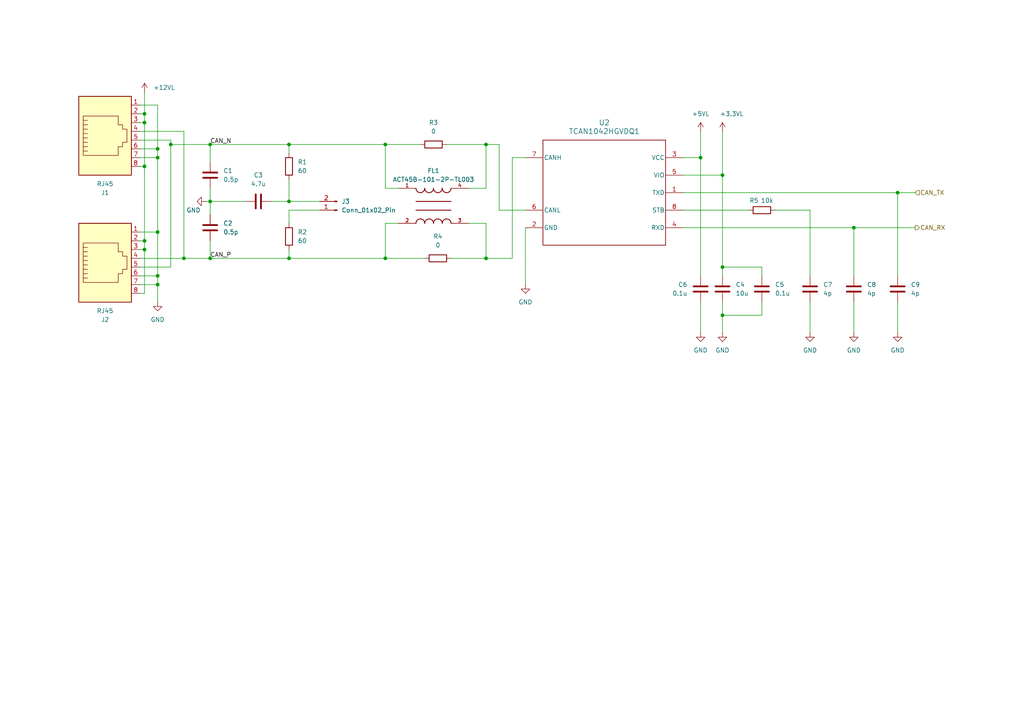
<source format=kicad_sch>
(kicad_sch
	(version 20231120)
	(generator "eeschema")
	(generator_version "8.0")
	(uuid "5c75748c-1844-4143-b6e1-1ba5881b718a")
	(paper "A4")
	(lib_symbols
		(symbol "2025-02-28_02-57-04:TCAN1042HGVDQ1"
			(pin_names
				(offset 0.254)
			)
			(exclude_from_sim no)
			(in_bom yes)
			(on_board yes)
			(property "Reference" "U"
				(at 0 2.54 0)
				(effects
					(font
						(size 1.524 1.524)
					)
				)
			)
			(property "Value" "TCAN1042HGVDQ1"
				(at 0 0 0)
				(effects
					(font
						(size 1.524 1.524)
					)
				)
			)
			(property "Footprint" "D0008A_N"
				(at 0 0 0)
				(effects
					(font
						(size 1.27 1.27)
						(italic yes)
					)
					(hide yes)
				)
			)
			(property "Datasheet" "TCAN1042HGVDQ1"
				(at 0 0 0)
				(effects
					(font
						(size 1.27 1.27)
						(italic yes)
					)
					(hide yes)
				)
			)
			(property "Description" ""
				(at 0 0 0)
				(effects
					(font
						(size 1.27 1.27)
					)
					(hide yes)
				)
			)
			(property "ki_locked" ""
				(at 0 0 0)
				(effects
					(font
						(size 1.27 1.27)
					)
				)
			)
			(property "ki_keywords" "TCAN1042HGVDQ1"
				(at 0 0 0)
				(effects
					(font
						(size 1.27 1.27)
					)
					(hide yes)
				)
			)
			(property "ki_fp_filters" "D0008A_N D0008A_M D0008A_L"
				(at 0 0 0)
				(effects
					(font
						(size 1.27 1.27)
					)
					(hide yes)
				)
			)
			(symbol "TCAN1042HGVDQ1_0_1"
				(polyline
					(pts
						(xy -17.78 -15.24) (xy 17.78 -15.24)
					)
					(stroke
						(width 0.2032)
						(type default)
					)
					(fill
						(type none)
					)
				)
				(polyline
					(pts
						(xy -17.78 15.24) (xy -17.78 -15.24)
					)
					(stroke
						(width 0.2032)
						(type default)
					)
					(fill
						(type none)
					)
				)
				(polyline
					(pts
						(xy 17.78 -15.24) (xy 17.78 15.24)
					)
					(stroke
						(width 0.2032)
						(type default)
					)
					(fill
						(type none)
					)
				)
				(polyline
					(pts
						(xy 17.78 15.24) (xy -17.78 15.24)
					)
					(stroke
						(width 0.2032)
						(type default)
					)
					(fill
						(type none)
					)
				)
				(pin input line
					(at -22.86 0 0)
					(length 5.08)
					(name "TXD"
						(effects
							(font
								(size 1.27 1.27)
							)
						)
					)
					(number "1"
						(effects
							(font
								(size 1.27 1.27)
							)
						)
					)
				)
				(pin power_in line
					(at 22.86 -10.16 180)
					(length 5.08)
					(name "GND"
						(effects
							(font
								(size 1.27 1.27)
							)
						)
					)
					(number "2"
						(effects
							(font
								(size 1.27 1.27)
							)
						)
					)
				)
				(pin power_in line
					(at -22.86 10.16 0)
					(length 5.08)
					(name "VCC"
						(effects
							(font
								(size 1.27 1.27)
							)
						)
					)
					(number "3"
						(effects
							(font
								(size 1.27 1.27)
							)
						)
					)
				)
				(pin output line
					(at -22.86 -10.16 0)
					(length 5.08)
					(name "RXD"
						(effects
							(font
								(size 1.27 1.27)
							)
						)
					)
					(number "4"
						(effects
							(font
								(size 1.27 1.27)
							)
						)
					)
				)
				(pin power_in line
					(at -22.86 5.08 0)
					(length 5.08)
					(name "VIO"
						(effects
							(font
								(size 1.27 1.27)
							)
						)
					)
					(number "5"
						(effects
							(font
								(size 1.27 1.27)
							)
						)
					)
				)
				(pin bidirectional line
					(at 22.86 -5.08 180)
					(length 5.08)
					(name "CANL"
						(effects
							(font
								(size 1.27 1.27)
							)
						)
					)
					(number "6"
						(effects
							(font
								(size 1.27 1.27)
							)
						)
					)
				)
				(pin bidirectional line
					(at 22.86 10.16 180)
					(length 5.08)
					(name "CANH"
						(effects
							(font
								(size 1.27 1.27)
							)
						)
					)
					(number "7"
						(effects
							(font
								(size 1.27 1.27)
							)
						)
					)
				)
				(pin input line
					(at -22.86 -5.08 0)
					(length 5.08)
					(name "STB"
						(effects
							(font
								(size 1.27 1.27)
							)
						)
					)
					(number "8"
						(effects
							(font
								(size 1.27 1.27)
							)
						)
					)
				)
			)
		)
		(symbol "ACT45B-101-2P-TL003:ACT45B-101-2P-TL003"
			(pin_names
				(offset 1.016)
			)
			(exclude_from_sim no)
			(in_bom yes)
			(on_board yes)
			(property "Reference" "FL"
				(at -5.08 6.35 0)
				(effects
					(font
						(size 1.27 1.27)
					)
					(justify left bottom)
				)
			)
			(property "Value" "ACT45B-101-2P-TL003"
				(at -5.08 -6.35 0)
				(effects
					(font
						(size 1.27 1.27)
					)
					(justify left top)
				)
			)
			(property "Footprint" "ACT45B-101-2P-TL003:FIL_ACT45B-101-2P-TL003"
				(at 0 0 0)
				(effects
					(font
						(size 1.27 1.27)
					)
					(justify bottom)
					(hide yes)
				)
			)
			(property "Datasheet" ""
				(at 0 0 0)
				(effects
					(font
						(size 1.27 1.27)
					)
					(hide yes)
				)
			)
			(property "Description" ""
				(at 0 0 0)
				(effects
					(font
						(size 1.27 1.27)
					)
					(hide yes)
				)
			)
			(property "PARTREV" "20200405"
				(at 0 0 0)
				(effects
					(font
						(size 1.27 1.27)
					)
					(justify bottom)
					(hide yes)
				)
			)
			(property "MANUFACTURER" "TDK"
				(at 0 0 0)
				(effects
					(font
						(size 1.27 1.27)
					)
					(justify bottom)
					(hide yes)
				)
			)
			(property "MAXIMUM_PACKAGE_HEIGHT" "3.0mm"
				(at 0 0 0)
				(effects
					(font
						(size 1.27 1.27)
					)
					(justify bottom)
					(hide yes)
				)
			)
			(property "STANDARD" "Manufacturer Recommendations"
				(at 0 0 0)
				(effects
					(font
						(size 1.27 1.27)
					)
					(justify bottom)
					(hide yes)
				)
			)
			(symbol "ACT45B-101-2P-TL003_0_0"
				(arc
					(start -5.08 5.08)
					(mid -3.81 3.8155)
					(end -2.54 5.08)
					(stroke
						(width 0.254)
						(type default)
					)
					(fill
						(type none)
					)
				)
				(arc
					(start -2.54 -5.08)
					(mid -3.81 -3.8155)
					(end -5.08 -5.08)
					(stroke
						(width 0.254)
						(type default)
					)
					(fill
						(type none)
					)
				)
				(arc
					(start -2.54 5.08)
					(mid -1.27 3.8155)
					(end 0 5.08)
					(stroke
						(width 0.254)
						(type default)
					)
					(fill
						(type none)
					)
				)
				(arc
					(start 0 -5.08)
					(mid -1.27 -3.8155)
					(end -2.54 -5.08)
					(stroke
						(width 0.254)
						(type default)
					)
					(fill
						(type none)
					)
				)
				(polyline
					(pts
						(xy -5.08 -1.27) (xy 5.08 -1.27)
					)
					(stroke
						(width 0.254)
						(type default)
					)
					(fill
						(type none)
					)
				)
				(polyline
					(pts
						(xy 5.08 1.27) (xy -5.08 1.27)
					)
					(stroke
						(width 0.254)
						(type default)
					)
					(fill
						(type none)
					)
				)
				(arc
					(start 0 5.08)
					(mid 1.27 3.8155)
					(end 2.54 5.08)
					(stroke
						(width 0.254)
						(type default)
					)
					(fill
						(type none)
					)
				)
				(arc
					(start 2.54 -5.08)
					(mid 1.27 -3.8155)
					(end 0 -5.08)
					(stroke
						(width 0.254)
						(type default)
					)
					(fill
						(type none)
					)
				)
				(arc
					(start 2.54 5.08)
					(mid 3.81 3.8155)
					(end 5.08 5.08)
					(stroke
						(width 0.254)
						(type default)
					)
					(fill
						(type none)
					)
				)
				(arc
					(start 5.08 -5.08)
					(mid 3.81 -3.8155)
					(end 2.54 -5.08)
					(stroke
						(width 0.254)
						(type default)
					)
					(fill
						(type none)
					)
				)
				(pin passive line
					(at -10.16 5.08 0)
					(length 5.08)
					(name "~"
						(effects
							(font
								(size 1.016 1.016)
							)
						)
					)
					(number "1"
						(effects
							(font
								(size 1.016 1.016)
							)
						)
					)
				)
				(pin passive line
					(at -10.16 -5.08 0)
					(length 5.08)
					(name "~"
						(effects
							(font
								(size 1.016 1.016)
							)
						)
					)
					(number "2"
						(effects
							(font
								(size 1.016 1.016)
							)
						)
					)
				)
				(pin passive line
					(at 10.16 -5.08 180)
					(length 5.08)
					(name "~"
						(effects
							(font
								(size 1.016 1.016)
							)
						)
					)
					(number "3"
						(effects
							(font
								(size 1.016 1.016)
							)
						)
					)
				)
				(pin passive line
					(at 10.16 5.08 180)
					(length 5.08)
					(name "~"
						(effects
							(font
								(size 1.016 1.016)
							)
						)
					)
					(number "4"
						(effects
							(font
								(size 1.016 1.016)
							)
						)
					)
				)
			)
		)
		(symbol "Connector:Conn_01x02_Pin"
			(pin_names
				(offset 1.016) hide)
			(exclude_from_sim no)
			(in_bom yes)
			(on_board yes)
			(property "Reference" "J"
				(at 0 2.54 0)
				(effects
					(font
						(size 1.27 1.27)
					)
				)
			)
			(property "Value" "Conn_01x02_Pin"
				(at 0 -5.08 0)
				(effects
					(font
						(size 1.27 1.27)
					)
				)
			)
			(property "Footprint" ""
				(at 0 0 0)
				(effects
					(font
						(size 1.27 1.27)
					)
					(hide yes)
				)
			)
			(property "Datasheet" "~"
				(at 0 0 0)
				(effects
					(font
						(size 1.27 1.27)
					)
					(hide yes)
				)
			)
			(property "Description" "Generic connector, single row, 01x02, script generated"
				(at 0 0 0)
				(effects
					(font
						(size 1.27 1.27)
					)
					(hide yes)
				)
			)
			(property "ki_locked" ""
				(at 0 0 0)
				(effects
					(font
						(size 1.27 1.27)
					)
				)
			)
			(property "ki_keywords" "connector"
				(at 0 0 0)
				(effects
					(font
						(size 1.27 1.27)
					)
					(hide yes)
				)
			)
			(property "ki_fp_filters" "Connector*:*_1x??_*"
				(at 0 0 0)
				(effects
					(font
						(size 1.27 1.27)
					)
					(hide yes)
				)
			)
			(symbol "Conn_01x02_Pin_1_1"
				(polyline
					(pts
						(xy 1.27 -2.54) (xy 0.8636 -2.54)
					)
					(stroke
						(width 0.1524)
						(type default)
					)
					(fill
						(type none)
					)
				)
				(polyline
					(pts
						(xy 1.27 0) (xy 0.8636 0)
					)
					(stroke
						(width 0.1524)
						(type default)
					)
					(fill
						(type none)
					)
				)
				(rectangle
					(start 0.8636 -2.413)
					(end 0 -2.667)
					(stroke
						(width 0.1524)
						(type default)
					)
					(fill
						(type outline)
					)
				)
				(rectangle
					(start 0.8636 0.127)
					(end 0 -0.127)
					(stroke
						(width 0.1524)
						(type default)
					)
					(fill
						(type outline)
					)
				)
				(pin passive line
					(at 5.08 0 180)
					(length 3.81)
					(name "Pin_1"
						(effects
							(font
								(size 1.27 1.27)
							)
						)
					)
					(number "1"
						(effects
							(font
								(size 1.27 1.27)
							)
						)
					)
				)
				(pin passive line
					(at 5.08 -2.54 180)
					(length 3.81)
					(name "Pin_2"
						(effects
							(font
								(size 1.27 1.27)
							)
						)
					)
					(number "2"
						(effects
							(font
								(size 1.27 1.27)
							)
						)
					)
				)
			)
		)
		(symbol "Connector:RJ45"
			(pin_names
				(offset 1.016)
			)
			(exclude_from_sim no)
			(in_bom yes)
			(on_board yes)
			(property "Reference" "J"
				(at -5.08 13.97 0)
				(effects
					(font
						(size 1.27 1.27)
					)
					(justify right)
				)
			)
			(property "Value" "RJ45"
				(at 2.54 13.97 0)
				(effects
					(font
						(size 1.27 1.27)
					)
					(justify left)
				)
			)
			(property "Footprint" ""
				(at 0 0.635 90)
				(effects
					(font
						(size 1.27 1.27)
					)
					(hide yes)
				)
			)
			(property "Datasheet" "~"
				(at 0 0.635 90)
				(effects
					(font
						(size 1.27 1.27)
					)
					(hide yes)
				)
			)
			(property "Description" "RJ connector, 8P8C (8 positions 8 connected)"
				(at 0 0 0)
				(effects
					(font
						(size 1.27 1.27)
					)
					(hide yes)
				)
			)
			(property "ki_keywords" "8P8C RJ socket connector"
				(at 0 0 0)
				(effects
					(font
						(size 1.27 1.27)
					)
					(hide yes)
				)
			)
			(property "ki_fp_filters" "8P8C* RJ31* RJ32* RJ33* RJ34* RJ35* RJ41* RJ45* RJ49* RJ61*"
				(at 0 0 0)
				(effects
					(font
						(size 1.27 1.27)
					)
					(hide yes)
				)
			)
			(symbol "RJ45_0_1"
				(polyline
					(pts
						(xy -5.08 4.445) (xy -6.35 4.445)
					)
					(stroke
						(width 0)
						(type default)
					)
					(fill
						(type none)
					)
				)
				(polyline
					(pts
						(xy -5.08 5.715) (xy -6.35 5.715)
					)
					(stroke
						(width 0)
						(type default)
					)
					(fill
						(type none)
					)
				)
				(polyline
					(pts
						(xy -6.35 -3.175) (xy -5.08 -3.175) (xy -5.08 -3.175)
					)
					(stroke
						(width 0)
						(type default)
					)
					(fill
						(type none)
					)
				)
				(polyline
					(pts
						(xy -6.35 -1.905) (xy -5.08 -1.905) (xy -5.08 -1.905)
					)
					(stroke
						(width 0)
						(type default)
					)
					(fill
						(type none)
					)
				)
				(polyline
					(pts
						(xy -6.35 -0.635) (xy -5.08 -0.635) (xy -5.08 -0.635)
					)
					(stroke
						(width 0)
						(type default)
					)
					(fill
						(type none)
					)
				)
				(polyline
					(pts
						(xy -6.35 0.635) (xy -5.08 0.635) (xy -5.08 0.635)
					)
					(stroke
						(width 0)
						(type default)
					)
					(fill
						(type none)
					)
				)
				(polyline
					(pts
						(xy -6.35 1.905) (xy -5.08 1.905) (xy -5.08 1.905)
					)
					(stroke
						(width 0)
						(type default)
					)
					(fill
						(type none)
					)
				)
				(polyline
					(pts
						(xy -5.08 3.175) (xy -6.35 3.175) (xy -6.35 3.175)
					)
					(stroke
						(width 0)
						(type default)
					)
					(fill
						(type none)
					)
				)
				(polyline
					(pts
						(xy -6.35 -4.445) (xy -6.35 6.985) (xy 3.81 6.985) (xy 3.81 4.445) (xy 5.08 4.445) (xy 5.08 3.175)
						(xy 6.35 3.175) (xy 6.35 -0.635) (xy 5.08 -0.635) (xy 5.08 -1.905) (xy 3.81 -1.905) (xy 3.81 -4.445)
						(xy -6.35 -4.445) (xy -6.35 -4.445)
					)
					(stroke
						(width 0)
						(type default)
					)
					(fill
						(type none)
					)
				)
				(rectangle
					(start 7.62 12.7)
					(end -7.62 -10.16)
					(stroke
						(width 0.254)
						(type default)
					)
					(fill
						(type background)
					)
				)
			)
			(symbol "RJ45_1_1"
				(pin passive line
					(at 10.16 -7.62 180)
					(length 2.54)
					(name "~"
						(effects
							(font
								(size 1.27 1.27)
							)
						)
					)
					(number "1"
						(effects
							(font
								(size 1.27 1.27)
							)
						)
					)
				)
				(pin passive line
					(at 10.16 -5.08 180)
					(length 2.54)
					(name "~"
						(effects
							(font
								(size 1.27 1.27)
							)
						)
					)
					(number "2"
						(effects
							(font
								(size 1.27 1.27)
							)
						)
					)
				)
				(pin passive line
					(at 10.16 -2.54 180)
					(length 2.54)
					(name "~"
						(effects
							(font
								(size 1.27 1.27)
							)
						)
					)
					(number "3"
						(effects
							(font
								(size 1.27 1.27)
							)
						)
					)
				)
				(pin passive line
					(at 10.16 0 180)
					(length 2.54)
					(name "~"
						(effects
							(font
								(size 1.27 1.27)
							)
						)
					)
					(number "4"
						(effects
							(font
								(size 1.27 1.27)
							)
						)
					)
				)
				(pin passive line
					(at 10.16 2.54 180)
					(length 2.54)
					(name "~"
						(effects
							(font
								(size 1.27 1.27)
							)
						)
					)
					(number "5"
						(effects
							(font
								(size 1.27 1.27)
							)
						)
					)
				)
				(pin passive line
					(at 10.16 5.08 180)
					(length 2.54)
					(name "~"
						(effects
							(font
								(size 1.27 1.27)
							)
						)
					)
					(number "6"
						(effects
							(font
								(size 1.27 1.27)
							)
						)
					)
				)
				(pin passive line
					(at 10.16 7.62 180)
					(length 2.54)
					(name "~"
						(effects
							(font
								(size 1.27 1.27)
							)
						)
					)
					(number "7"
						(effects
							(font
								(size 1.27 1.27)
							)
						)
					)
				)
				(pin passive line
					(at 10.16 10.16 180)
					(length 2.54)
					(name "~"
						(effects
							(font
								(size 1.27 1.27)
							)
						)
					)
					(number "8"
						(effects
							(font
								(size 1.27 1.27)
							)
						)
					)
				)
			)
		)
		(symbol "Device:C"
			(pin_numbers hide)
			(pin_names
				(offset 0.254)
			)
			(exclude_from_sim no)
			(in_bom yes)
			(on_board yes)
			(property "Reference" "C"
				(at 0.635 2.54 0)
				(effects
					(font
						(size 1.27 1.27)
					)
					(justify left)
				)
			)
			(property "Value" "C"
				(at 0.635 -2.54 0)
				(effects
					(font
						(size 1.27 1.27)
					)
					(justify left)
				)
			)
			(property "Footprint" ""
				(at 0.9652 -3.81 0)
				(effects
					(font
						(size 1.27 1.27)
					)
					(hide yes)
				)
			)
			(property "Datasheet" "~"
				(at 0 0 0)
				(effects
					(font
						(size 1.27 1.27)
					)
					(hide yes)
				)
			)
			(property "Description" "Unpolarized capacitor"
				(at 0 0 0)
				(effects
					(font
						(size 1.27 1.27)
					)
					(hide yes)
				)
			)
			(property "ki_keywords" "cap capacitor"
				(at 0 0 0)
				(effects
					(font
						(size 1.27 1.27)
					)
					(hide yes)
				)
			)
			(property "ki_fp_filters" "C_*"
				(at 0 0 0)
				(effects
					(font
						(size 1.27 1.27)
					)
					(hide yes)
				)
			)
			(symbol "C_0_1"
				(polyline
					(pts
						(xy -2.032 -0.762) (xy 2.032 -0.762)
					)
					(stroke
						(width 0.508)
						(type default)
					)
					(fill
						(type none)
					)
				)
				(polyline
					(pts
						(xy -2.032 0.762) (xy 2.032 0.762)
					)
					(stroke
						(width 0.508)
						(type default)
					)
					(fill
						(type none)
					)
				)
			)
			(symbol "C_1_1"
				(pin passive line
					(at 0 3.81 270)
					(length 2.794)
					(name "~"
						(effects
							(font
								(size 1.27 1.27)
							)
						)
					)
					(number "1"
						(effects
							(font
								(size 1.27 1.27)
							)
						)
					)
				)
				(pin passive line
					(at 0 -3.81 90)
					(length 2.794)
					(name "~"
						(effects
							(font
								(size 1.27 1.27)
							)
						)
					)
					(number "2"
						(effects
							(font
								(size 1.27 1.27)
							)
						)
					)
				)
			)
		)
		(symbol "Device:R"
			(pin_numbers hide)
			(pin_names
				(offset 0)
			)
			(exclude_from_sim no)
			(in_bom yes)
			(on_board yes)
			(property "Reference" "R"
				(at 2.032 0 90)
				(effects
					(font
						(size 1.27 1.27)
					)
				)
			)
			(property "Value" "R"
				(at 0 0 90)
				(effects
					(font
						(size 1.27 1.27)
					)
				)
			)
			(property "Footprint" ""
				(at -1.778 0 90)
				(effects
					(font
						(size 1.27 1.27)
					)
					(hide yes)
				)
			)
			(property "Datasheet" "~"
				(at 0 0 0)
				(effects
					(font
						(size 1.27 1.27)
					)
					(hide yes)
				)
			)
			(property "Description" "Resistor"
				(at 0 0 0)
				(effects
					(font
						(size 1.27 1.27)
					)
					(hide yes)
				)
			)
			(property "ki_keywords" "R res resistor"
				(at 0 0 0)
				(effects
					(font
						(size 1.27 1.27)
					)
					(hide yes)
				)
			)
			(property "ki_fp_filters" "R_*"
				(at 0 0 0)
				(effects
					(font
						(size 1.27 1.27)
					)
					(hide yes)
				)
			)
			(symbol "R_0_1"
				(rectangle
					(start -1.016 -2.54)
					(end 1.016 2.54)
					(stroke
						(width 0.254)
						(type default)
					)
					(fill
						(type none)
					)
				)
			)
			(symbol "R_1_1"
				(pin passive line
					(at 0 3.81 270)
					(length 1.27)
					(name "~"
						(effects
							(font
								(size 1.27 1.27)
							)
						)
					)
					(number "1"
						(effects
							(font
								(size 1.27 1.27)
							)
						)
					)
				)
				(pin passive line
					(at 0 -3.81 90)
					(length 1.27)
					(name "~"
						(effects
							(font
								(size 1.27 1.27)
							)
						)
					)
					(number "2"
						(effects
							(font
								(size 1.27 1.27)
							)
						)
					)
				)
			)
		)
		(symbol "power:+12V"
			(power)
			(pin_numbers hide)
			(pin_names
				(offset 0) hide)
			(exclude_from_sim no)
			(in_bom yes)
			(on_board yes)
			(property "Reference" "#PWR"
				(at 0 -3.81 0)
				(effects
					(font
						(size 1.27 1.27)
					)
					(hide yes)
				)
			)
			(property "Value" "+12V"
				(at 0 3.556 0)
				(effects
					(font
						(size 1.27 1.27)
					)
				)
			)
			(property "Footprint" ""
				(at 0 0 0)
				(effects
					(font
						(size 1.27 1.27)
					)
					(hide yes)
				)
			)
			(property "Datasheet" ""
				(at 0 0 0)
				(effects
					(font
						(size 1.27 1.27)
					)
					(hide yes)
				)
			)
			(property "Description" "Power symbol creates a global label with name \"+12V\""
				(at 0 0 0)
				(effects
					(font
						(size 1.27 1.27)
					)
					(hide yes)
				)
			)
			(property "ki_keywords" "global power"
				(at 0 0 0)
				(effects
					(font
						(size 1.27 1.27)
					)
					(hide yes)
				)
			)
			(symbol "+12V_0_1"
				(polyline
					(pts
						(xy -0.762 1.27) (xy 0 2.54)
					)
					(stroke
						(width 0)
						(type default)
					)
					(fill
						(type none)
					)
				)
				(polyline
					(pts
						(xy 0 0) (xy 0 2.54)
					)
					(stroke
						(width 0)
						(type default)
					)
					(fill
						(type none)
					)
				)
				(polyline
					(pts
						(xy 0 2.54) (xy 0.762 1.27)
					)
					(stroke
						(width 0)
						(type default)
					)
					(fill
						(type none)
					)
				)
			)
			(symbol "+12V_1_1"
				(pin power_in line
					(at 0 0 90)
					(length 0)
					(name "~"
						(effects
							(font
								(size 1.27 1.27)
							)
						)
					)
					(number "1"
						(effects
							(font
								(size 1.27 1.27)
							)
						)
					)
				)
			)
		)
		(symbol "power:+3.3V"
			(power)
			(pin_numbers hide)
			(pin_names
				(offset 0) hide)
			(exclude_from_sim no)
			(in_bom yes)
			(on_board yes)
			(property "Reference" "#PWR"
				(at 0 -3.81 0)
				(effects
					(font
						(size 1.27 1.27)
					)
					(hide yes)
				)
			)
			(property "Value" "+3.3V"
				(at 0 3.556 0)
				(effects
					(font
						(size 1.27 1.27)
					)
				)
			)
			(property "Footprint" ""
				(at 0 0 0)
				(effects
					(font
						(size 1.27 1.27)
					)
					(hide yes)
				)
			)
			(property "Datasheet" ""
				(at 0 0 0)
				(effects
					(font
						(size 1.27 1.27)
					)
					(hide yes)
				)
			)
			(property "Description" "Power symbol creates a global label with name \"+3.3V\""
				(at 0 0 0)
				(effects
					(font
						(size 1.27 1.27)
					)
					(hide yes)
				)
			)
			(property "ki_keywords" "global power"
				(at 0 0 0)
				(effects
					(font
						(size 1.27 1.27)
					)
					(hide yes)
				)
			)
			(symbol "+3.3V_0_1"
				(polyline
					(pts
						(xy -0.762 1.27) (xy 0 2.54)
					)
					(stroke
						(width 0)
						(type default)
					)
					(fill
						(type none)
					)
				)
				(polyline
					(pts
						(xy 0 0) (xy 0 2.54)
					)
					(stroke
						(width 0)
						(type default)
					)
					(fill
						(type none)
					)
				)
				(polyline
					(pts
						(xy 0 2.54) (xy 0.762 1.27)
					)
					(stroke
						(width 0)
						(type default)
					)
					(fill
						(type none)
					)
				)
			)
			(symbol "+3.3V_1_1"
				(pin power_in line
					(at 0 0 90)
					(length 0)
					(name "~"
						(effects
							(font
								(size 1.27 1.27)
							)
						)
					)
					(number "1"
						(effects
							(font
								(size 1.27 1.27)
							)
						)
					)
				)
			)
		)
		(symbol "power:+5V"
			(power)
			(pin_numbers hide)
			(pin_names
				(offset 0) hide)
			(exclude_from_sim no)
			(in_bom yes)
			(on_board yes)
			(property "Reference" "#PWR"
				(at 0 -3.81 0)
				(effects
					(font
						(size 1.27 1.27)
					)
					(hide yes)
				)
			)
			(property "Value" "+5V"
				(at 0 3.556 0)
				(effects
					(font
						(size 1.27 1.27)
					)
				)
			)
			(property "Footprint" ""
				(at 0 0 0)
				(effects
					(font
						(size 1.27 1.27)
					)
					(hide yes)
				)
			)
			(property "Datasheet" ""
				(at 0 0 0)
				(effects
					(font
						(size 1.27 1.27)
					)
					(hide yes)
				)
			)
			(property "Description" "Power symbol creates a global label with name \"+5V\""
				(at 0 0 0)
				(effects
					(font
						(size 1.27 1.27)
					)
					(hide yes)
				)
			)
			(property "ki_keywords" "global power"
				(at 0 0 0)
				(effects
					(font
						(size 1.27 1.27)
					)
					(hide yes)
				)
			)
			(symbol "+5V_0_1"
				(polyline
					(pts
						(xy -0.762 1.27) (xy 0 2.54)
					)
					(stroke
						(width 0)
						(type default)
					)
					(fill
						(type none)
					)
				)
				(polyline
					(pts
						(xy 0 0) (xy 0 2.54)
					)
					(stroke
						(width 0)
						(type default)
					)
					(fill
						(type none)
					)
				)
				(polyline
					(pts
						(xy 0 2.54) (xy 0.762 1.27)
					)
					(stroke
						(width 0)
						(type default)
					)
					(fill
						(type none)
					)
				)
			)
			(symbol "+5V_1_1"
				(pin power_in line
					(at 0 0 90)
					(length 0)
					(name "~"
						(effects
							(font
								(size 1.27 1.27)
							)
						)
					)
					(number "1"
						(effects
							(font
								(size 1.27 1.27)
							)
						)
					)
				)
			)
		)
		(symbol "power:GND"
			(power)
			(pin_numbers hide)
			(pin_names
				(offset 0) hide)
			(exclude_from_sim no)
			(in_bom yes)
			(on_board yes)
			(property "Reference" "#PWR"
				(at 0 -6.35 0)
				(effects
					(font
						(size 1.27 1.27)
					)
					(hide yes)
				)
			)
			(property "Value" "GND"
				(at 0 -3.81 0)
				(effects
					(font
						(size 1.27 1.27)
					)
				)
			)
			(property "Footprint" ""
				(at 0 0 0)
				(effects
					(font
						(size 1.27 1.27)
					)
					(hide yes)
				)
			)
			(property "Datasheet" ""
				(at 0 0 0)
				(effects
					(font
						(size 1.27 1.27)
					)
					(hide yes)
				)
			)
			(property "Description" "Power symbol creates a global label with name \"GND\" , ground"
				(at 0 0 0)
				(effects
					(font
						(size 1.27 1.27)
					)
					(hide yes)
				)
			)
			(property "ki_keywords" "global power"
				(at 0 0 0)
				(effects
					(font
						(size 1.27 1.27)
					)
					(hide yes)
				)
			)
			(symbol "GND_0_1"
				(polyline
					(pts
						(xy 0 0) (xy 0 -1.27) (xy 1.27 -1.27) (xy 0 -2.54) (xy -1.27 -1.27) (xy 0 -1.27)
					)
					(stroke
						(width 0)
						(type default)
					)
					(fill
						(type none)
					)
				)
			)
			(symbol "GND_1_1"
				(pin power_in line
					(at 0 0 270)
					(length 0)
					(name "~"
						(effects
							(font
								(size 1.27 1.27)
							)
						)
					)
					(number "1"
						(effects
							(font
								(size 1.27 1.27)
							)
						)
					)
				)
			)
		)
	)
	(junction
		(at 140.97 41.91)
		(diameter 0)
		(color 0 0 0 0)
		(uuid "02e7b1ab-6e3e-4e19-8679-b2067323e3d9")
	)
	(junction
		(at 41.91 69.85)
		(diameter 0)
		(color 0 0 0 0)
		(uuid "077f614e-4310-4b13-94a2-3c91ecd36fc0")
	)
	(junction
		(at 41.91 72.39)
		(diameter 0)
		(color 0 0 0 0)
		(uuid "07894a4e-5004-4d17-9a1d-e1ca6e3c4126")
	)
	(junction
		(at 41.91 33.02)
		(diameter 0)
		(color 0 0 0 0)
		(uuid "09354233-27e6-46ad-872d-be63955724fc")
	)
	(junction
		(at 83.82 58.42)
		(diameter 0)
		(color 0 0 0 0)
		(uuid "0e7edf1f-514f-4237-a419-d3eca5bea9b6")
	)
	(junction
		(at 203.2 45.72)
		(diameter 0)
		(color 0 0 0 0)
		(uuid "143ddcbb-01e5-4e22-a5fa-7cdfc80e8422")
	)
	(junction
		(at 209.55 77.47)
		(diameter 0)
		(color 0 0 0 0)
		(uuid "16b9b5ed-eb9f-4972-9a17-75b541536962")
	)
	(junction
		(at 247.65 66.04)
		(diameter 0)
		(color 0 0 0 0)
		(uuid "3c98f118-b48c-407f-b248-2983a7441366")
	)
	(junction
		(at 209.55 91.44)
		(diameter 0)
		(color 0 0 0 0)
		(uuid "42c4c388-2869-483b-ac1b-947f745fc69d")
	)
	(junction
		(at 41.91 35.56)
		(diameter 0)
		(color 0 0 0 0)
		(uuid "599c9c42-7642-444b-b429-22fd7f0a88e2")
	)
	(junction
		(at 45.72 80.01)
		(diameter 0)
		(color 0 0 0 0)
		(uuid "6bf3b830-6601-4303-9fb7-e9571334103d")
	)
	(junction
		(at 45.72 82.55)
		(diameter 0)
		(color 0 0 0 0)
		(uuid "6d1cbd95-881e-4a80-b43a-c9b2f278ef9e")
	)
	(junction
		(at 45.72 45.72)
		(diameter 0)
		(color 0 0 0 0)
		(uuid "768e1c0a-ae8c-44f0-8d83-4d08e627f862")
	)
	(junction
		(at 260.35 55.88)
		(diameter 0)
		(color 0 0 0 0)
		(uuid "899ab1fa-b7fd-4f06-b1e5-7424d3f01805")
	)
	(junction
		(at 83.82 74.93)
		(diameter 0)
		(color 0 0 0 0)
		(uuid "89c47e41-5fd7-4094-9963-1fa5fabf1bec")
	)
	(junction
		(at 45.72 43.18)
		(diameter 0)
		(color 0 0 0 0)
		(uuid "90b6e8df-acde-42ba-b2a8-3c9c3d3d2f37")
	)
	(junction
		(at 60.96 58.42)
		(diameter 0)
		(color 0 0 0 0)
		(uuid "95063d1b-5460-46e9-8e03-92dc1003ea24")
	)
	(junction
		(at 83.82 41.91)
		(diameter 0)
		(color 0 0 0 0)
		(uuid "9993d2f1-621c-4cd6-8193-1b0bdc01fdb8")
	)
	(junction
		(at 45.72 67.31)
		(diameter 0)
		(color 0 0 0 0)
		(uuid "9d7f8818-73da-4269-b32d-f7587bbd1d88")
	)
	(junction
		(at 111.76 41.91)
		(diameter 0)
		(color 0 0 0 0)
		(uuid "ad81d3bb-fea6-408a-8ea2-6050288926f3")
	)
	(junction
		(at 41.91 48.26)
		(diameter 0)
		(color 0 0 0 0)
		(uuid "bd25e259-fed5-4838-94f3-a0ea74d9d978")
	)
	(junction
		(at 49.53 41.91)
		(diameter 0)
		(color 0 0 0 0)
		(uuid "c795caf9-f35e-404b-a302-ac452769b88e")
	)
	(junction
		(at 53.34 74.93)
		(diameter 0)
		(color 0 0 0 0)
		(uuid "d283f585-cda1-4e26-b2fd-4a4eaf783cc3")
	)
	(junction
		(at 140.97 74.93)
		(diameter 0)
		(color 0 0 0 0)
		(uuid "dbb000dd-642b-4eb4-bf9f-d939701ea636")
	)
	(junction
		(at 60.96 41.91)
		(diameter 0)
		(color 0 0 0 0)
		(uuid "dc48b058-b3a4-420a-a7e2-dda90d8fc7b6")
	)
	(junction
		(at 60.96 74.93)
		(diameter 0)
		(color 0 0 0 0)
		(uuid "eb0af547-919b-4452-ad6d-06fce0f12500")
	)
	(junction
		(at 111.76 74.93)
		(diameter 0)
		(color 0 0 0 0)
		(uuid "eb12b19c-a0e1-4283-9e92-c1a87f5858d2")
	)
	(junction
		(at 209.55 50.8)
		(diameter 0)
		(color 0 0 0 0)
		(uuid "ed13207e-2930-494e-afaf-509087cb6d7b")
	)
	(wire
		(pts
			(xy 40.64 69.85) (xy 41.91 69.85)
		)
		(stroke
			(width 0)
			(type default)
		)
		(uuid "02b7a1de-f3d5-4b63-b929-0fc23c1ca23b")
	)
	(wire
		(pts
			(xy 40.64 35.56) (xy 41.91 35.56)
		)
		(stroke
			(width 0)
			(type default)
		)
		(uuid "038c901e-9a3b-419e-9ba5-e6250691cfbf")
	)
	(wire
		(pts
			(xy 111.76 54.61) (xy 111.76 41.91)
		)
		(stroke
			(width 0)
			(type default)
		)
		(uuid "0bfbc580-579d-49d9-bc25-a9da584a0a39")
	)
	(wire
		(pts
			(xy 111.76 41.91) (xy 121.92 41.91)
		)
		(stroke
			(width 0)
			(type default)
		)
		(uuid "0c935ff2-4e0d-4fe0-9720-e9242b0751b8")
	)
	(wire
		(pts
			(xy 209.55 91.44) (xy 209.55 96.52)
		)
		(stroke
			(width 0)
			(type default)
		)
		(uuid "0fdaaff3-f68c-46d8-9af6-4307d029cee9")
	)
	(wire
		(pts
			(xy 209.55 50.8) (xy 209.55 38.1)
		)
		(stroke
			(width 0)
			(type default)
		)
		(uuid "103df5c4-4e1e-40d5-bc4c-8bf1f595bb87")
	)
	(wire
		(pts
			(xy 130.81 74.93) (xy 140.97 74.93)
		)
		(stroke
			(width 0)
			(type default)
		)
		(uuid "1182bce2-315b-4d60-83bd-07db26dd1c70")
	)
	(wire
		(pts
			(xy 40.64 30.48) (xy 45.72 30.48)
		)
		(stroke
			(width 0)
			(type default)
		)
		(uuid "122e8d82-54a2-4662-b18f-7704859ccbfc")
	)
	(wire
		(pts
			(xy 41.91 26.67) (xy 41.91 33.02)
		)
		(stroke
			(width 0)
			(type default)
		)
		(uuid "124069a5-3044-428b-894d-19bf46ad6104")
	)
	(wire
		(pts
			(xy 45.72 67.31) (xy 45.72 80.01)
		)
		(stroke
			(width 0)
			(type default)
		)
		(uuid "170fea43-d5eb-4a55-9551-e5678dadcc21")
	)
	(wire
		(pts
			(xy 83.82 58.42) (xy 92.71 58.42)
		)
		(stroke
			(width 0)
			(type default)
		)
		(uuid "1955892f-2dca-445c-9903-bc0be681afc2")
	)
	(wire
		(pts
			(xy 198.12 60.96) (xy 217.17 60.96)
		)
		(stroke
			(width 0)
			(type default)
		)
		(uuid "1aeca014-ff30-40ae-8bc2-6a28b7ce3095")
	)
	(wire
		(pts
			(xy 60.96 69.85) (xy 60.96 74.93)
		)
		(stroke
			(width 0)
			(type default)
		)
		(uuid "1c878af3-6932-4c19-b345-7d5bf4d64802")
	)
	(wire
		(pts
			(xy 203.2 38.1) (xy 203.2 45.72)
		)
		(stroke
			(width 0)
			(type default)
		)
		(uuid "1f91675c-f413-4054-ae75-bf3bcabe16e5")
	)
	(wire
		(pts
			(xy 45.72 45.72) (xy 45.72 67.31)
		)
		(stroke
			(width 0)
			(type default)
		)
		(uuid "20dba981-7781-487f-814e-0b9134c103e5")
	)
	(wire
		(pts
			(xy 129.54 41.91) (xy 140.97 41.91)
		)
		(stroke
			(width 0)
			(type default)
		)
		(uuid "2cf4b4b4-b48d-4168-b4f5-cdf8345449f4")
	)
	(wire
		(pts
			(xy 83.82 52.07) (xy 83.82 58.42)
		)
		(stroke
			(width 0)
			(type default)
		)
		(uuid "2f550e1c-26f9-4575-84d0-974cb57309ff")
	)
	(wire
		(pts
			(xy 41.91 48.26) (xy 41.91 69.85)
		)
		(stroke
			(width 0)
			(type default)
		)
		(uuid "3135b0bb-a48e-43dc-ac8e-57b2222b4a16")
	)
	(wire
		(pts
			(xy 45.72 30.48) (xy 45.72 43.18)
		)
		(stroke
			(width 0)
			(type default)
		)
		(uuid "3330b6ce-71e2-4291-a0da-e560a2048777")
	)
	(wire
		(pts
			(xy 115.57 54.61) (xy 111.76 54.61)
		)
		(stroke
			(width 0)
			(type default)
		)
		(uuid "3645be70-0b75-4b66-bfbd-081b6093cfa3")
	)
	(wire
		(pts
			(xy 53.34 74.93) (xy 40.64 74.93)
		)
		(stroke
			(width 0)
			(type default)
		)
		(uuid "36dfc1d0-100c-46a7-b28b-14b43cbe0b79")
	)
	(wire
		(pts
			(xy 198.12 50.8) (xy 209.55 50.8)
		)
		(stroke
			(width 0)
			(type default)
		)
		(uuid "3ba7a039-100b-4909-8747-acefd81b23d7")
	)
	(wire
		(pts
			(xy 83.82 74.93) (xy 111.76 74.93)
		)
		(stroke
			(width 0)
			(type default)
		)
		(uuid "3c01c85d-cf0f-49a1-bc17-ee3bec630c62")
	)
	(wire
		(pts
			(xy 49.53 41.91) (xy 49.53 77.47)
		)
		(stroke
			(width 0)
			(type default)
		)
		(uuid "3c91508c-dd0f-47dd-aca4-bcbeaa156ea0")
	)
	(wire
		(pts
			(xy 60.96 41.91) (xy 83.82 41.91)
		)
		(stroke
			(width 0)
			(type default)
		)
		(uuid "3da9de76-a797-4a1e-a35f-82051fb9488a")
	)
	(wire
		(pts
			(xy 83.82 60.96) (xy 92.71 60.96)
		)
		(stroke
			(width 0)
			(type default)
		)
		(uuid "4149d9c7-e4ac-4683-af56-b436dbf36de5")
	)
	(wire
		(pts
			(xy 224.79 60.96) (xy 234.95 60.96)
		)
		(stroke
			(width 0)
			(type default)
		)
		(uuid "42546932-efee-4f9c-a5ec-5d168cbf534a")
	)
	(wire
		(pts
			(xy 209.55 50.8) (xy 209.55 77.47)
		)
		(stroke
			(width 0)
			(type default)
		)
		(uuid "429250e5-3045-44f1-be4d-4a09e86952e6")
	)
	(wire
		(pts
			(xy 60.96 54.61) (xy 60.96 58.42)
		)
		(stroke
			(width 0)
			(type default)
		)
		(uuid "486fc294-873a-4a49-b6cd-68a620017363")
	)
	(wire
		(pts
			(xy 152.4 60.96) (xy 144.78 60.96)
		)
		(stroke
			(width 0)
			(type default)
		)
		(uuid "4fd08130-605e-42ca-8cec-a7e9e7905f4f")
	)
	(wire
		(pts
			(xy 40.64 48.26) (xy 41.91 48.26)
		)
		(stroke
			(width 0)
			(type default)
		)
		(uuid "5007229b-022f-4089-869a-dcc9cdc4b99e")
	)
	(wire
		(pts
			(xy 60.96 46.99) (xy 60.96 41.91)
		)
		(stroke
			(width 0)
			(type default)
		)
		(uuid "528cd560-4f02-4cd1-a620-7c2152b25727")
	)
	(wire
		(pts
			(xy 220.98 87.63) (xy 220.98 91.44)
		)
		(stroke
			(width 0)
			(type default)
		)
		(uuid "534a9734-5336-4edb-b76a-66070c0dda06")
	)
	(wire
		(pts
			(xy 40.64 43.18) (xy 45.72 43.18)
		)
		(stroke
			(width 0)
			(type default)
		)
		(uuid "58c81d42-febe-4658-939d-046953744553")
	)
	(wire
		(pts
			(xy 260.35 55.88) (xy 265.43 55.88)
		)
		(stroke
			(width 0)
			(type default)
		)
		(uuid "5a3712d4-d44b-4d07-b51d-82cfe15ab64b")
	)
	(wire
		(pts
			(xy 209.55 87.63) (xy 209.55 91.44)
		)
		(stroke
			(width 0)
			(type default)
		)
		(uuid "5c639342-18e6-48b5-82e2-867bfe6257b0")
	)
	(wire
		(pts
			(xy 40.64 45.72) (xy 45.72 45.72)
		)
		(stroke
			(width 0)
			(type default)
		)
		(uuid "5d4ac7ed-9918-4b4e-98ec-f5c595216654")
	)
	(wire
		(pts
			(xy 144.78 41.91) (xy 140.97 41.91)
		)
		(stroke
			(width 0)
			(type default)
		)
		(uuid "6047614a-5e23-43bd-a32d-9a9889794aa4")
	)
	(wire
		(pts
			(xy 60.96 58.42) (xy 60.96 62.23)
		)
		(stroke
			(width 0)
			(type default)
		)
		(uuid "630f0a1e-8d81-44fe-b839-2bd208857a2a")
	)
	(wire
		(pts
			(xy 140.97 54.61) (xy 135.89 54.61)
		)
		(stroke
			(width 0)
			(type default)
		)
		(uuid "64dcf7c0-d447-424e-a3b7-6ba969a77823")
	)
	(wire
		(pts
			(xy 83.82 41.91) (xy 111.76 41.91)
		)
		(stroke
			(width 0)
			(type default)
		)
		(uuid "6c99a75e-8b8b-450c-91a3-71bb08dbd373")
	)
	(wire
		(pts
			(xy 209.55 80.01) (xy 209.55 77.47)
		)
		(stroke
			(width 0)
			(type default)
		)
		(uuid "702b206a-2ec2-4ee3-bacf-797bb5c9d370")
	)
	(wire
		(pts
			(xy 40.64 80.01) (xy 45.72 80.01)
		)
		(stroke
			(width 0)
			(type default)
		)
		(uuid "746d936e-6c30-4b76-8b1b-b18992f57758")
	)
	(wire
		(pts
			(xy 41.91 33.02) (xy 41.91 35.56)
		)
		(stroke
			(width 0)
			(type default)
		)
		(uuid "750fe24b-e7df-459c-9be2-4168937ddd80")
	)
	(wire
		(pts
			(xy 152.4 66.04) (xy 152.4 82.55)
		)
		(stroke
			(width 0)
			(type default)
		)
		(uuid "78282eb6-a21e-46f6-9708-2269d9154914")
	)
	(wire
		(pts
			(xy 247.65 66.04) (xy 265.43 66.04)
		)
		(stroke
			(width 0)
			(type default)
		)
		(uuid "7bd47646-f320-40f5-87d0-5f606a018801")
	)
	(wire
		(pts
			(xy 78.74 58.42) (xy 83.82 58.42)
		)
		(stroke
			(width 0)
			(type default)
		)
		(uuid "7ddbaaf3-68be-4f41-8236-803019dcec78")
	)
	(wire
		(pts
			(xy 45.72 80.01) (xy 45.72 82.55)
		)
		(stroke
			(width 0)
			(type default)
		)
		(uuid "8051d1a5-01eb-4946-a105-692d484f0f1a")
	)
	(wire
		(pts
			(xy 45.72 82.55) (xy 45.72 87.63)
		)
		(stroke
			(width 0)
			(type default)
		)
		(uuid "829ddb87-86bf-457b-ad24-0e1dc134f3be")
	)
	(wire
		(pts
			(xy 234.95 87.63) (xy 234.95 96.52)
		)
		(stroke
			(width 0)
			(type default)
		)
		(uuid "865ca665-e33c-476b-b35f-0d2cde9c833e")
	)
	(wire
		(pts
			(xy 83.82 44.45) (xy 83.82 41.91)
		)
		(stroke
			(width 0)
			(type default)
		)
		(uuid "870bb082-b0a6-43e8-ad77-0b18dda3eb9d")
	)
	(wire
		(pts
			(xy 60.96 58.42) (xy 71.12 58.42)
		)
		(stroke
			(width 0)
			(type default)
		)
		(uuid "8b875680-a709-4100-a705-3db05c6a106c")
	)
	(wire
		(pts
			(xy 45.72 43.18) (xy 45.72 45.72)
		)
		(stroke
			(width 0)
			(type default)
		)
		(uuid "8d6b2167-42b8-4869-b8cf-012c5d979ddf")
	)
	(wire
		(pts
			(xy 40.64 82.55) (xy 45.72 82.55)
		)
		(stroke
			(width 0)
			(type default)
		)
		(uuid "8ea2e2c6-6d88-441d-b2dd-31e8c6bcc533")
	)
	(wire
		(pts
			(xy 49.53 40.64) (xy 49.53 41.91)
		)
		(stroke
			(width 0)
			(type default)
		)
		(uuid "8f87552f-fb16-4d32-a933-43b00859ee95")
	)
	(wire
		(pts
			(xy 140.97 64.77) (xy 135.89 64.77)
		)
		(stroke
			(width 0)
			(type default)
		)
		(uuid "91329651-64a4-4e2f-989a-204bb5d38e6c")
	)
	(wire
		(pts
			(xy 152.4 45.72) (xy 148.59 45.72)
		)
		(stroke
			(width 0)
			(type default)
		)
		(uuid "918f35ad-4cb8-4aa6-88ba-811aa93a7b17")
	)
	(wire
		(pts
			(xy 41.91 85.09) (xy 41.91 72.39)
		)
		(stroke
			(width 0)
			(type default)
		)
		(uuid "95a223b4-bc62-4e9d-b4b7-ab5fc3edea09")
	)
	(wire
		(pts
			(xy 198.12 45.72) (xy 203.2 45.72)
		)
		(stroke
			(width 0)
			(type default)
		)
		(uuid "9dd54601-0d97-4f30-947f-b4831bc2c859")
	)
	(wire
		(pts
			(xy 40.64 85.09) (xy 41.91 85.09)
		)
		(stroke
			(width 0)
			(type default)
		)
		(uuid "a0ef1635-1fb6-4c25-80d3-f9e28921c5c2")
	)
	(wire
		(pts
			(xy 148.59 45.72) (xy 148.59 74.93)
		)
		(stroke
			(width 0)
			(type default)
		)
		(uuid "a5967aa5-5a96-4179-8522-f038b8f7f6fb")
	)
	(wire
		(pts
			(xy 260.35 87.63) (xy 260.35 96.52)
		)
		(stroke
			(width 0)
			(type default)
		)
		(uuid "ab2304c1-3641-4794-bde2-b4096a289a7a")
	)
	(wire
		(pts
			(xy 60.96 74.93) (xy 53.34 74.93)
		)
		(stroke
			(width 0)
			(type default)
		)
		(uuid "ac38f042-4758-4712-a077-ea65125897e7")
	)
	(wire
		(pts
			(xy 198.12 66.04) (xy 247.65 66.04)
		)
		(stroke
			(width 0)
			(type default)
		)
		(uuid "ac453099-6193-48f5-9110-703d83f61b9e")
	)
	(wire
		(pts
			(xy 140.97 74.93) (xy 140.97 64.77)
		)
		(stroke
			(width 0)
			(type default)
		)
		(uuid "ad4223a4-79ea-476d-8d4d-340a049475a1")
	)
	(wire
		(pts
			(xy 83.82 64.77) (xy 83.82 60.96)
		)
		(stroke
			(width 0)
			(type default)
		)
		(uuid "b19390ab-6580-43c5-889b-1b2ff9bb3a8e")
	)
	(wire
		(pts
			(xy 111.76 74.93) (xy 123.19 74.93)
		)
		(stroke
			(width 0)
			(type default)
		)
		(uuid "b4cc08bc-704e-41c7-9786-1a23231e7146")
	)
	(wire
		(pts
			(xy 234.95 60.96) (xy 234.95 80.01)
		)
		(stroke
			(width 0)
			(type default)
		)
		(uuid "b5ddc403-ea7d-4868-9e27-45392fc90f29")
	)
	(wire
		(pts
			(xy 209.55 77.47) (xy 220.98 77.47)
		)
		(stroke
			(width 0)
			(type default)
		)
		(uuid "b6d5e528-438a-4e80-b465-f49a51dcee6b")
	)
	(wire
		(pts
			(xy 111.76 64.77) (xy 111.76 74.93)
		)
		(stroke
			(width 0)
			(type default)
		)
		(uuid "ba10c43a-5050-41c6-8f8c-9c2ce07fa58a")
	)
	(wire
		(pts
			(xy 148.59 74.93) (xy 140.97 74.93)
		)
		(stroke
			(width 0)
			(type default)
		)
		(uuid "ba778e4c-f7c6-4bd6-9498-c9c5f0ab1b78")
	)
	(wire
		(pts
			(xy 260.35 55.88) (xy 260.35 80.01)
		)
		(stroke
			(width 0)
			(type default)
		)
		(uuid "bcc2bb2d-e604-42b0-863f-0e30649005ed")
	)
	(wire
		(pts
			(xy 144.78 60.96) (xy 144.78 41.91)
		)
		(stroke
			(width 0)
			(type default)
		)
		(uuid "c13efa2c-9891-4333-9790-fe50e1397c05")
	)
	(wire
		(pts
			(xy 83.82 72.39) (xy 83.82 74.93)
		)
		(stroke
			(width 0)
			(type default)
		)
		(uuid "c57d65d6-4a6b-47e6-b27f-594a919e7668")
	)
	(wire
		(pts
			(xy 140.97 41.91) (xy 140.97 54.61)
		)
		(stroke
			(width 0)
			(type default)
		)
		(uuid "c655c92d-f228-4681-8189-b94b443903be")
	)
	(wire
		(pts
			(xy 247.65 87.63) (xy 247.65 96.52)
		)
		(stroke
			(width 0)
			(type default)
		)
		(uuid "c68f488d-ab38-4a72-9101-b172a7e43132")
	)
	(wire
		(pts
			(xy 60.96 74.93) (xy 83.82 74.93)
		)
		(stroke
			(width 0)
			(type default)
		)
		(uuid "c9becb52-ef67-4132-bef7-df8e76262023")
	)
	(wire
		(pts
			(xy 198.12 55.88) (xy 260.35 55.88)
		)
		(stroke
			(width 0)
			(type default)
		)
		(uuid "c9dcf1b6-8721-438a-8f3c-77aaa1db1e3b")
	)
	(wire
		(pts
			(xy 203.2 45.72) (xy 203.2 80.01)
		)
		(stroke
			(width 0)
			(type default)
		)
		(uuid "cb289478-c544-4b58-80d8-ad428d873674")
	)
	(wire
		(pts
			(xy 41.91 69.85) (xy 41.91 72.39)
		)
		(stroke
			(width 0)
			(type default)
		)
		(uuid "cc8017df-2ba9-44e7-b3e0-0f4da4fc1b68")
	)
	(wire
		(pts
			(xy 247.65 66.04) (xy 247.65 80.01)
		)
		(stroke
			(width 0)
			(type default)
		)
		(uuid "ced6d693-5ee7-4920-ae14-069a6e69b129")
	)
	(wire
		(pts
			(xy 41.91 35.56) (xy 41.91 48.26)
		)
		(stroke
			(width 0)
			(type default)
		)
		(uuid "cedab821-a842-4b93-ba88-2a6798748004")
	)
	(wire
		(pts
			(xy 220.98 91.44) (xy 209.55 91.44)
		)
		(stroke
			(width 0)
			(type default)
		)
		(uuid "db385d24-b65d-4d95-b26c-606d98cae466")
	)
	(wire
		(pts
			(xy 220.98 77.47) (xy 220.98 80.01)
		)
		(stroke
			(width 0)
			(type default)
		)
		(uuid "df120b83-2070-422f-af83-cc046f66b756")
	)
	(wire
		(pts
			(xy 115.57 64.77) (xy 111.76 64.77)
		)
		(stroke
			(width 0)
			(type default)
		)
		(uuid "e19e8b14-8086-4400-8ac2-d34b45169321")
	)
	(wire
		(pts
			(xy 40.64 33.02) (xy 41.91 33.02)
		)
		(stroke
			(width 0)
			(type default)
		)
		(uuid "e3db85b4-4259-4300-85ff-232574c44bfd")
	)
	(wire
		(pts
			(xy 49.53 77.47) (xy 40.64 77.47)
		)
		(stroke
			(width 0)
			(type default)
		)
		(uuid "e8c5fd1d-54a2-488b-ab99-a355061eba50")
	)
	(wire
		(pts
			(xy 49.53 41.91) (xy 60.96 41.91)
		)
		(stroke
			(width 0)
			(type default)
		)
		(uuid "e95a6477-5fd8-49cd-9821-6c10b46fa19a")
	)
	(wire
		(pts
			(xy 59.69 58.42) (xy 60.96 58.42)
		)
		(stroke
			(width 0)
			(type default)
		)
		(uuid "ea30efb6-4a47-4411-8ea0-98417a2bb5fb")
	)
	(wire
		(pts
			(xy 49.53 40.64) (xy 40.64 40.64)
		)
		(stroke
			(width 0)
			(type default)
		)
		(uuid "f0972e60-09ff-4bcb-937f-7a40c330d51f")
	)
	(wire
		(pts
			(xy 203.2 87.63) (xy 203.2 96.52)
		)
		(stroke
			(width 0)
			(type default)
		)
		(uuid "f139e504-ab25-4dcd-94ae-d65e5c858c66")
	)
	(wire
		(pts
			(xy 40.64 38.1) (xy 53.34 38.1)
		)
		(stroke
			(width 0)
			(type default)
		)
		(uuid "f5918d01-7b8f-4630-a341-1b7bd1859d71")
	)
	(wire
		(pts
			(xy 40.64 67.31) (xy 45.72 67.31)
		)
		(stroke
			(width 0)
			(type default)
		)
		(uuid "fbd90e6b-632d-4353-8524-e2a3cca0b0c4")
	)
	(wire
		(pts
			(xy 53.34 38.1) (xy 53.34 74.93)
		)
		(stroke
			(width 0)
			(type default)
		)
		(uuid "fdaf2df7-99a6-4a27-94cf-69138b5c4108")
	)
	(wire
		(pts
			(xy 41.91 72.39) (xy 40.64 72.39)
		)
		(stroke
			(width 0)
			(type default)
		)
		(uuid "ff262d03-6172-433c-a487-52b3c7ef6747")
	)
	(label "CAN_P"
		(at 60.96 74.93 0)
		(fields_autoplaced yes)
		(effects
			(font
				(size 1.27 1.27)
			)
			(justify left bottom)
		)
		(uuid "60662526-265f-4f49-bfe4-1e6ac4a255e8")
	)
	(label "CAN_N"
		(at 60.96 41.91 0)
		(fields_autoplaced yes)
		(effects
			(font
				(size 1.27 1.27)
			)
			(justify left bottom)
		)
		(uuid "8e2b1210-f2e6-4bf1-b79d-2ff420935051")
	)
	(hierarchical_label "CAN_TX"
		(shape input)
		(at 265.43 55.88 0)
		(fields_autoplaced yes)
		(effects
			(font
				(size 1.27 1.27)
			)
			(justify left)
		)
		(uuid "50b361e2-2171-4126-a294-85e1e1b26f42")
	)
	(hierarchical_label "CAN_RX"
		(shape output)
		(at 265.43 66.04 0)
		(fields_autoplaced yes)
		(effects
			(font
				(size 1.27 1.27)
			)
			(justify left)
		)
		(uuid "9d882636-15de-4a46-af05-d8db3722e5f9")
	)
	(symbol
		(lib_id "Device:C")
		(at 209.55 83.82 0)
		(unit 1)
		(exclude_from_sim no)
		(in_bom yes)
		(on_board yes)
		(dnp no)
		(fields_autoplaced yes)
		(uuid "01b23089-d3ae-42a2-b45f-ff2584d70d61")
		(property "Reference" "C4"
			(at 213.36 82.5499 0)
			(effects
				(font
					(size 1.27 1.27)
				)
				(justify left)
			)
		)
		(property "Value" "10u"
			(at 213.36 85.0899 0)
			(effects
				(font
					(size 1.27 1.27)
				)
				(justify left)
			)
		)
		(property "Footprint" "Capacitor_SMD:C_0603_1608Metric"
			(at 210.5152 87.63 0)
			(effects
				(font
					(size 1.27 1.27)
				)
				(hide yes)
			)
		)
		(property "Datasheet" "~"
			(at 209.55 83.82 0)
			(effects
				(font
					(size 1.27 1.27)
				)
				(hide yes)
			)
		)
		(property "Description" "Unpolarized capacitor"
			(at 209.55 83.82 0)
			(effects
				(font
					(size 1.27 1.27)
				)
				(hide yes)
			)
		)
		(pin "1"
			(uuid "af977beb-5fe9-4738-87fa-881463648a73")
		)
		(pin "2"
			(uuid "85f10c70-1752-495a-9c0f-0b9e5f887d0f")
		)
		(instances
			(project "motorboard"
				(path "/fa713205-4357-49d0-ad77-7aa2864b7782/33cf1546-c866-454a-875b-d10285cc82c3"
					(reference "C4")
					(unit 1)
				)
			)
		)
	)
	(symbol
		(lib_id "Device:C")
		(at 247.65 83.82 0)
		(unit 1)
		(exclude_from_sim no)
		(in_bom yes)
		(on_board yes)
		(dnp no)
		(fields_autoplaced yes)
		(uuid "056d584e-6057-4708-83ac-058834c00492")
		(property "Reference" "C8"
			(at 251.46 82.5499 0)
			(effects
				(font
					(size 1.27 1.27)
				)
				(justify left)
			)
		)
		(property "Value" "4p"
			(at 251.46 85.0899 0)
			(effects
				(font
					(size 1.27 1.27)
				)
				(justify left)
			)
		)
		(property "Footprint" "Capacitor_SMD:C_0603_1608Metric"
			(at 248.6152 87.63 0)
			(effects
				(font
					(size 1.27 1.27)
				)
				(hide yes)
			)
		)
		(property "Datasheet" "~"
			(at 247.65 83.82 0)
			(effects
				(font
					(size 1.27 1.27)
				)
				(hide yes)
			)
		)
		(property "Description" "Unpolarized capacitor"
			(at 247.65 83.82 0)
			(effects
				(font
					(size 1.27 1.27)
				)
				(hide yes)
			)
		)
		(pin "2"
			(uuid "56f2392e-8e20-49eb-9b98-9a0a3b914817")
		)
		(pin "1"
			(uuid "2ac89825-e8ac-4225-9c15-2308eedce76d")
		)
		(instances
			(project "motorboard"
				(path "/fa713205-4357-49d0-ad77-7aa2864b7782/33cf1546-c866-454a-875b-d10285cc82c3"
					(reference "C8")
					(unit 1)
				)
			)
		)
	)
	(symbol
		(lib_id "Device:C")
		(at 60.96 50.8 180)
		(unit 1)
		(exclude_from_sim no)
		(in_bom yes)
		(on_board yes)
		(dnp no)
		(fields_autoplaced yes)
		(uuid "0dfc7ac0-776c-4e75-a731-86647201787b")
		(property "Reference" "C1"
			(at 64.77 49.5299 0)
			(effects
				(font
					(size 1.27 1.27)
				)
				(justify right)
			)
		)
		(property "Value" "0.5p"
			(at 64.77 52.0699 0)
			(effects
				(font
					(size 1.27 1.27)
				)
				(justify right)
			)
		)
		(property "Footprint" "Capacitor_SMD:C_0603_1608Metric"
			(at 59.9948 46.99 0)
			(effects
				(font
					(size 1.27 1.27)
				)
				(hide yes)
			)
		)
		(property "Datasheet" "~"
			(at 60.96 50.8 0)
			(effects
				(font
					(size 1.27 1.27)
				)
				(hide yes)
			)
		)
		(property "Description" "Unpolarized capacitor"
			(at 60.96 50.8 0)
			(effects
				(font
					(size 1.27 1.27)
				)
				(hide yes)
			)
		)
		(pin "1"
			(uuid "1b02e2d7-5b6c-49d6-8100-a8a6e26878a1")
		)
		(pin "2"
			(uuid "2e36e278-78f7-4716-8865-d5d33e774540")
		)
		(instances
			(project ""
				(path "/fa713205-4357-49d0-ad77-7aa2864b7782/33cf1546-c866-454a-875b-d10285cc82c3"
					(reference "C1")
					(unit 1)
				)
			)
		)
	)
	(symbol
		(lib_id "power:GND")
		(at 45.72 87.63 0)
		(unit 1)
		(exclude_from_sim no)
		(in_bom yes)
		(on_board yes)
		(dnp no)
		(fields_autoplaced yes)
		(uuid "16cf27fc-010d-42a8-bb93-d65428d84763")
		(property "Reference" "#PWR016"
			(at 45.72 93.98 0)
			(effects
				(font
					(size 1.27 1.27)
				)
				(hide yes)
			)
		)
		(property "Value" "GND"
			(at 45.72 92.71 0)
			(effects
				(font
					(size 1.27 1.27)
				)
			)
		)
		(property "Footprint" ""
			(at 45.72 87.63 0)
			(effects
				(font
					(size 1.27 1.27)
				)
				(hide yes)
			)
		)
		(property "Datasheet" ""
			(at 45.72 87.63 0)
			(effects
				(font
					(size 1.27 1.27)
				)
				(hide yes)
			)
		)
		(property "Description" "Power symbol creates a global label with name \"GND\" , ground"
			(at 45.72 87.63 0)
			(effects
				(font
					(size 1.27 1.27)
				)
				(hide yes)
			)
		)
		(pin "1"
			(uuid "fbddb4d1-3f11-412d-b977-0d586d10a471")
		)
		(instances
			(project "motorboard"
				(path "/fa713205-4357-49d0-ad77-7aa2864b7782/33cf1546-c866-454a-875b-d10285cc82c3"
					(reference "#PWR016")
					(unit 1)
				)
			)
		)
	)
	(symbol
		(lib_id "Device:R")
		(at 83.82 68.58 0)
		(unit 1)
		(exclude_from_sim no)
		(in_bom yes)
		(on_board yes)
		(dnp no)
		(uuid "1fc443ef-8f12-4da5-90ae-d545291d38a0")
		(property "Reference" "R2"
			(at 86.36 67.3099 0)
			(effects
				(font
					(size 1.27 1.27)
				)
				(justify left)
			)
		)
		(property "Value" "60"
			(at 86.36 69.8499 0)
			(effects
				(font
					(size 1.27 1.27)
				)
				(justify left)
			)
		)
		(property "Footprint" "Resistor_SMD:R_0603_1608Metric"
			(at 82.042 68.58 90)
			(effects
				(font
					(size 1.27 1.27)
				)
				(hide yes)
			)
		)
		(property "Datasheet" "~"
			(at 83.82 68.58 0)
			(effects
				(font
					(size 1.27 1.27)
				)
				(hide yes)
			)
		)
		(property "Description" "Resistor"
			(at 83.82 68.58 0)
			(effects
				(font
					(size 1.27 1.27)
				)
				(hide yes)
			)
		)
		(pin "2"
			(uuid "72f3dcbf-0ba2-4c73-a93f-b03e88379ee3")
		)
		(pin "1"
			(uuid "00c111b4-90f7-4b7f-ac6c-1baa57183ece")
		)
		(instances
			(project "motorboard"
				(path "/fa713205-4357-49d0-ad77-7aa2864b7782/33cf1546-c866-454a-875b-d10285cc82c3"
					(reference "R2")
					(unit 1)
				)
			)
		)
	)
	(symbol
		(lib_id "Connector:Conn_01x02_Pin")
		(at 97.79 60.96 180)
		(unit 1)
		(exclude_from_sim no)
		(in_bom yes)
		(on_board yes)
		(dnp no)
		(fields_autoplaced yes)
		(uuid "2feec1a3-0406-4c9b-a9ef-16e61806e625")
		(property "Reference" "J3"
			(at 99.06 58.4199 0)
			(effects
				(font
					(size 1.27 1.27)
				)
				(justify right)
			)
		)
		(property "Value" "Conn_01x02_Pin"
			(at 99.06 60.9599 0)
			(effects
				(font
					(size 1.27 1.27)
				)
				(justify right)
			)
		)
		(property "Footprint" "Connector_PinHeader_2.54mm:PinHeader_1x02_P2.54mm_Vertical"
			(at 97.79 60.96 0)
			(effects
				(font
					(size 1.27 1.27)
				)
				(hide yes)
			)
		)
		(property "Datasheet" "~"
			(at 97.79 60.96 0)
			(effects
				(font
					(size 1.27 1.27)
				)
				(hide yes)
			)
		)
		(property "Description" "Generic connector, single row, 01x02, script generated"
			(at 97.79 60.96 0)
			(effects
				(font
					(size 1.27 1.27)
				)
				(hide yes)
			)
		)
		(pin "1"
			(uuid "4dbbdb3c-2c44-4872-93ee-e1a75965e563")
		)
		(pin "2"
			(uuid "5ae7cd01-f4b2-499a-bea1-040efddc8c49")
		)
		(instances
			(project ""
				(path "/fa713205-4357-49d0-ad77-7aa2864b7782/33cf1546-c866-454a-875b-d10285cc82c3"
					(reference "J3")
					(unit 1)
				)
			)
		)
	)
	(symbol
		(lib_id "ACT45B-101-2P-TL003:ACT45B-101-2P-TL003")
		(at 125.73 59.69 0)
		(unit 1)
		(exclude_from_sim no)
		(in_bom yes)
		(on_board yes)
		(dnp no)
		(fields_autoplaced yes)
		(uuid "43b03ada-6d32-4022-a0b8-ac160752443d")
		(property "Reference" "FL1"
			(at 125.73 49.53 0)
			(effects
				(font
					(size 1.27 1.27)
				)
			)
		)
		(property "Value" "ACT45B-101-2P-TL003"
			(at 125.73 52.07 0)
			(effects
				(font
					(size 1.27 1.27)
				)
			)
		)
		(property "Footprint" "ACT45B_101_2P_TL003:FIL_ACT45B-101-2P-TL003"
			(at 125.73 59.69 0)
			(effects
				(font
					(size 1.27 1.27)
				)
				(justify bottom)
				(hide yes)
			)
		)
		(property "Datasheet" ""
			(at 125.73 59.69 0)
			(effects
				(font
					(size 1.27 1.27)
				)
				(hide yes)
			)
		)
		(property "Description" ""
			(at 125.73 59.69 0)
			(effects
				(font
					(size 1.27 1.27)
				)
				(hide yes)
			)
		)
		(property "PARTREV" "20200405"
			(at 125.73 59.69 0)
			(effects
				(font
					(size 1.27 1.27)
				)
				(justify bottom)
				(hide yes)
			)
		)
		(property "MANUFACTURER" "TDK"
			(at 125.73 59.69 0)
			(effects
				(font
					(size 1.27 1.27)
				)
				(justify bottom)
				(hide yes)
			)
		)
		(property "MAXIMUM_PACKAGE_HEIGHT" "3.0mm"
			(at 125.73 59.69 0)
			(effects
				(font
					(size 1.27 1.27)
				)
				(justify bottom)
				(hide yes)
			)
		)
		(property "STANDARD" "Manufacturer Recommendations"
			(at 125.73 59.69 0)
			(effects
				(font
					(size 1.27 1.27)
				)
				(justify bottom)
				(hide yes)
			)
		)
		(pin "3"
			(uuid "20e4434f-ae87-48c9-910c-c0af01aec002")
		)
		(pin "2"
			(uuid "010e23a0-28a9-45e2-bdcc-6a1988197d7e")
		)
		(pin "4"
			(uuid "2d87a248-2688-42a6-b451-f27c5f295daf")
		)
		(pin "1"
			(uuid "c48751be-b741-4d0f-98d1-9dd973e0ab65")
		)
		(instances
			(project ""
				(path "/fa713205-4357-49d0-ad77-7aa2864b7782/33cf1546-c866-454a-875b-d10285cc82c3"
					(reference "FL1")
					(unit 1)
				)
			)
		)
	)
	(symbol
		(lib_id "power:+12V")
		(at 41.91 26.67 0)
		(unit 1)
		(exclude_from_sim no)
		(in_bom yes)
		(on_board yes)
		(dnp no)
		(fields_autoplaced yes)
		(uuid "49495119-2dbf-42ac-ba11-18458e5b0e8c")
		(property "Reference" "#PWR015"
			(at 41.91 30.48 0)
			(effects
				(font
					(size 1.27 1.27)
				)
				(hide yes)
			)
		)
		(property "Value" "+12VL"
			(at 44.45 25.3999 0)
			(effects
				(font
					(size 1.27 1.27)
				)
				(justify left)
			)
		)
		(property "Footprint" ""
			(at 41.91 26.67 0)
			(effects
				(font
					(size 1.27 1.27)
				)
				(hide yes)
			)
		)
		(property "Datasheet" ""
			(at 41.91 26.67 0)
			(effects
				(font
					(size 1.27 1.27)
				)
				(hide yes)
			)
		)
		(property "Description" "Power symbol creates a global label with name \"+12V\""
			(at 41.91 26.67 0)
			(effects
				(font
					(size 1.27 1.27)
				)
				(hide yes)
			)
		)
		(pin "1"
			(uuid "c3e6ca02-3665-4288-928b-296d21b97fe6")
		)
		(instances
			(project ""
				(path "/fa713205-4357-49d0-ad77-7aa2864b7782/33cf1546-c866-454a-875b-d10285cc82c3"
					(reference "#PWR015")
					(unit 1)
				)
			)
		)
	)
	(symbol
		(lib_id "power:GND")
		(at 234.95 96.52 0)
		(unit 1)
		(exclude_from_sim no)
		(in_bom yes)
		(on_board yes)
		(dnp no)
		(fields_autoplaced yes)
		(uuid "57176527-0d1f-4077-9c71-0739cbbd98b9")
		(property "Reference" "#PWR06"
			(at 234.95 102.87 0)
			(effects
				(font
					(size 1.27 1.27)
				)
				(hide yes)
			)
		)
		(property "Value" "GND"
			(at 234.95 101.6 0)
			(effects
				(font
					(size 1.27 1.27)
				)
			)
		)
		(property "Footprint" ""
			(at 234.95 96.52 0)
			(effects
				(font
					(size 1.27 1.27)
				)
				(hide yes)
			)
		)
		(property "Datasheet" ""
			(at 234.95 96.52 0)
			(effects
				(font
					(size 1.27 1.27)
				)
				(hide yes)
			)
		)
		(property "Description" "Power symbol creates a global label with name \"GND\" , ground"
			(at 234.95 96.52 0)
			(effects
				(font
					(size 1.27 1.27)
				)
				(hide yes)
			)
		)
		(pin "1"
			(uuid "4db03cc1-fdef-4132-99a4-196ad7f7f4c1")
		)
		(instances
			(project "motorboard"
				(path "/fa713205-4357-49d0-ad77-7aa2864b7782/33cf1546-c866-454a-875b-d10285cc82c3"
					(reference "#PWR06")
					(unit 1)
				)
			)
		)
	)
	(symbol
		(lib_id "Device:R")
		(at 220.98 60.96 90)
		(unit 1)
		(exclude_from_sim no)
		(in_bom yes)
		(on_board yes)
		(dnp no)
		(uuid "66379225-1ae0-45ed-abee-b6ed2a773a12")
		(property "Reference" "R5"
			(at 218.694 58.166 90)
			(effects
				(font
					(size 1.27 1.27)
				)
			)
		)
		(property "Value" "10k"
			(at 222.504 58.166 90)
			(effects
				(font
					(size 1.27 1.27)
				)
			)
		)
		(property "Footprint" "Resistor_SMD:R_0603_1608Metric"
			(at 220.98 62.738 90)
			(effects
				(font
					(size 1.27 1.27)
				)
				(hide yes)
			)
		)
		(property "Datasheet" "~"
			(at 220.98 60.96 0)
			(effects
				(font
					(size 1.27 1.27)
				)
				(hide yes)
			)
		)
		(property "Description" "Resistor"
			(at 220.98 60.96 0)
			(effects
				(font
					(size 1.27 1.27)
				)
				(hide yes)
			)
		)
		(pin "2"
			(uuid "4e866320-5f81-4df8-aafc-7bad02a2217a")
		)
		(pin "1"
			(uuid "e282415c-cd2d-4af1-ac39-bd68a894c5b6")
		)
		(instances
			(project "motorboard"
				(path "/fa713205-4357-49d0-ad77-7aa2864b7782/33cf1546-c866-454a-875b-d10285cc82c3"
					(reference "R5")
					(unit 1)
				)
			)
		)
	)
	(symbol
		(lib_id "power:GND")
		(at 247.65 96.52 0)
		(unit 1)
		(exclude_from_sim no)
		(in_bom yes)
		(on_board yes)
		(dnp no)
		(fields_autoplaced yes)
		(uuid "691cea20-a402-4535-ad13-68fd51ce0969")
		(property "Reference" "#PWR07"
			(at 247.65 102.87 0)
			(effects
				(font
					(size 1.27 1.27)
				)
				(hide yes)
			)
		)
		(property "Value" "GND"
			(at 247.65 101.6 0)
			(effects
				(font
					(size 1.27 1.27)
				)
			)
		)
		(property "Footprint" ""
			(at 247.65 96.52 0)
			(effects
				(font
					(size 1.27 1.27)
				)
				(hide yes)
			)
		)
		(property "Datasheet" ""
			(at 247.65 96.52 0)
			(effects
				(font
					(size 1.27 1.27)
				)
				(hide yes)
			)
		)
		(property "Description" "Power symbol creates a global label with name \"GND\" , ground"
			(at 247.65 96.52 0)
			(effects
				(font
					(size 1.27 1.27)
				)
				(hide yes)
			)
		)
		(pin "1"
			(uuid "8661f7f7-dfd3-4379-b1bc-689b30d8377c")
		)
		(instances
			(project "motorboard"
				(path "/fa713205-4357-49d0-ad77-7aa2864b7782/33cf1546-c866-454a-875b-d10285cc82c3"
					(reference "#PWR07")
					(unit 1)
				)
			)
		)
	)
	(symbol
		(lib_id "Device:C")
		(at 220.98 83.82 0)
		(unit 1)
		(exclude_from_sim no)
		(in_bom yes)
		(on_board yes)
		(dnp no)
		(fields_autoplaced yes)
		(uuid "7115c706-d4e0-4485-8952-b8b153574e09")
		(property "Reference" "C5"
			(at 224.79 82.5499 0)
			(effects
				(font
					(size 1.27 1.27)
				)
				(justify left)
			)
		)
		(property "Value" "0.1u"
			(at 224.79 85.0899 0)
			(effects
				(font
					(size 1.27 1.27)
				)
				(justify left)
			)
		)
		(property "Footprint" "Capacitor_SMD:C_0603_1608Metric"
			(at 221.9452 87.63 0)
			(effects
				(font
					(size 1.27 1.27)
				)
				(hide yes)
			)
		)
		(property "Datasheet" "~"
			(at 220.98 83.82 0)
			(effects
				(font
					(size 1.27 1.27)
				)
				(hide yes)
			)
		)
		(property "Description" "Unpolarized capacitor"
			(at 220.98 83.82 0)
			(effects
				(font
					(size 1.27 1.27)
				)
				(hide yes)
			)
		)
		(pin "1"
			(uuid "be36630e-f8a6-45e8-93bd-982385a5d250")
		)
		(pin "2"
			(uuid "b9bdb408-2254-4808-84cf-6fe9441594f2")
		)
		(instances
			(project "motorboard"
				(path "/fa713205-4357-49d0-ad77-7aa2864b7782/33cf1546-c866-454a-875b-d10285cc82c3"
					(reference "C5")
					(unit 1)
				)
			)
		)
	)
	(symbol
		(lib_id "Device:R")
		(at 127 74.93 90)
		(unit 1)
		(exclude_from_sim no)
		(in_bom yes)
		(on_board yes)
		(dnp no)
		(fields_autoplaced yes)
		(uuid "7a45314b-a04f-402e-9f80-901dbd04444b")
		(property "Reference" "R4"
			(at 127 68.58 90)
			(effects
				(font
					(size 1.27 1.27)
				)
			)
		)
		(property "Value" "0"
			(at 127 71.12 90)
			(effects
				(font
					(size 1.27 1.27)
				)
			)
		)
		(property "Footprint" "Resistor_SMD:R_0603_1608Metric"
			(at 127 76.708 90)
			(effects
				(font
					(size 1.27 1.27)
				)
				(hide yes)
			)
		)
		(property "Datasheet" "~"
			(at 127 74.93 0)
			(effects
				(font
					(size 1.27 1.27)
				)
				(hide yes)
			)
		)
		(property "Description" "Resistor"
			(at 127 74.93 0)
			(effects
				(font
					(size 1.27 1.27)
				)
				(hide yes)
			)
		)
		(pin "2"
			(uuid "72ddf33a-7247-4abb-b010-732499788bea")
		)
		(pin "1"
			(uuid "c6f2184c-38b9-4d2c-90df-b1d1c9c38998")
		)
		(instances
			(project "motorboard"
				(path "/fa713205-4357-49d0-ad77-7aa2864b7782/33cf1546-c866-454a-875b-d10285cc82c3"
					(reference "R4")
					(unit 1)
				)
			)
		)
	)
	(symbol
		(lib_id "Device:C")
		(at 74.93 58.42 270)
		(unit 1)
		(exclude_from_sim no)
		(in_bom yes)
		(on_board yes)
		(dnp no)
		(fields_autoplaced yes)
		(uuid "819d914e-061b-4e48-817e-449d102cc26f")
		(property "Reference" "C3"
			(at 74.93 50.8 90)
			(effects
				(font
					(size 1.27 1.27)
				)
			)
		)
		(property "Value" "4.7u"
			(at 74.93 53.34 90)
			(effects
				(font
					(size 1.27 1.27)
				)
			)
		)
		(property "Footprint" "Capacitor_SMD:C_0603_1608Metric"
			(at 71.12 59.3852 0)
			(effects
				(font
					(size 1.27 1.27)
				)
				(hide yes)
			)
		)
		(property "Datasheet" "~"
			(at 74.93 58.42 0)
			(effects
				(font
					(size 1.27 1.27)
				)
				(hide yes)
			)
		)
		(property "Description" "Unpolarized capacitor"
			(at 74.93 58.42 0)
			(effects
				(font
					(size 1.27 1.27)
				)
				(hide yes)
			)
		)
		(pin "1"
			(uuid "bc9ddedf-18cf-4d4c-8351-72f2cf4a49fb")
		)
		(pin "2"
			(uuid "28d5d955-7ac2-421b-80bb-089333813555")
		)
		(instances
			(project "motorboard"
				(path "/fa713205-4357-49d0-ad77-7aa2864b7782/33cf1546-c866-454a-875b-d10285cc82c3"
					(reference "C3")
					(unit 1)
				)
			)
		)
	)
	(symbol
		(lib_id "Device:C")
		(at 203.2 83.82 0)
		(mirror x)
		(unit 1)
		(exclude_from_sim no)
		(in_bom yes)
		(on_board yes)
		(dnp no)
		(uuid "844c55da-a224-459b-a8a2-e6b826507094")
		(property "Reference" "C6"
			(at 199.39 82.5499 0)
			(effects
				(font
					(size 1.27 1.27)
				)
				(justify right)
			)
		)
		(property "Value" "0.1u"
			(at 199.39 85.0899 0)
			(effects
				(font
					(size 1.27 1.27)
				)
				(justify right)
			)
		)
		(property "Footprint" "Capacitor_SMD:C_0603_1608Metric"
			(at 204.1652 80.01 0)
			(effects
				(font
					(size 1.27 1.27)
				)
				(hide yes)
			)
		)
		(property "Datasheet" "~"
			(at 203.2 83.82 0)
			(effects
				(font
					(size 1.27 1.27)
				)
				(hide yes)
			)
		)
		(property "Description" "Unpolarized capacitor"
			(at 203.2 83.82 0)
			(effects
				(font
					(size 1.27 1.27)
				)
				(hide yes)
			)
		)
		(pin "1"
			(uuid "6f20c06f-9f27-4834-89e2-267101a7e5c3")
		)
		(pin "2"
			(uuid "d8b5f209-396e-4067-a3e9-ab489f6aa048")
		)
		(instances
			(project "motorboard"
				(path "/fa713205-4357-49d0-ad77-7aa2864b7782/33cf1546-c866-454a-875b-d10285cc82c3"
					(reference "C6")
					(unit 1)
				)
			)
		)
	)
	(symbol
		(lib_id "2025-02-28_02-57-04:TCAN1042HGVDQ1")
		(at 175.26 55.88 0)
		(mirror y)
		(unit 1)
		(exclude_from_sim no)
		(in_bom yes)
		(on_board yes)
		(dnp no)
		(uuid "88dcb461-d08b-4f3b-b5df-a1a76e6aa193")
		(property "Reference" "U2"
			(at 175.26 35.56 0)
			(effects
				(font
					(size 1.524 1.524)
				)
			)
		)
		(property "Value" "TCAN1042HGVDQ1"
			(at 175.26 38.1 0)
			(effects
				(font
					(size 1.524 1.524)
				)
			)
		)
		(property "Footprint" "TCAN1042:D0008A_L"
			(at 175.26 55.88 0)
			(effects
				(font
					(size 1.27 1.27)
					(italic yes)
				)
				(hide yes)
			)
		)
		(property "Datasheet" "TCAN1042HGVDQ1"
			(at 175.26 55.88 0)
			(effects
				(font
					(size 1.27 1.27)
					(italic yes)
				)
				(hide yes)
			)
		)
		(property "Description" ""
			(at 175.26 55.88 0)
			(effects
				(font
					(size 1.27 1.27)
				)
				(hide yes)
			)
		)
		(pin "3"
			(uuid "a24ab730-48fa-427c-951d-1f539f1e8baf")
		)
		(pin "8"
			(uuid "09c79978-7c8f-41f6-b235-131b419d7ee6")
		)
		(pin "4"
			(uuid "ac39a3af-8ebb-426f-a1e6-f2eb9a9985ba")
		)
		(pin "7"
			(uuid "8e6cfa45-b3fc-4e50-8b35-4e416a2ccb40")
		)
		(pin "6"
			(uuid "398d1992-56a0-4cde-b658-04a5df9a849f")
		)
		(pin "2"
			(uuid "e948eb30-9ba1-4a88-bed3-ac904d696f8b")
		)
		(pin "5"
			(uuid "ef089e7b-4979-4787-962f-b3c4b3446861")
		)
		(pin "1"
			(uuid "f748bf64-a1da-4257-9c2d-1c04b8e6da0e")
		)
		(instances
			(project ""
				(path "/fa713205-4357-49d0-ad77-7aa2864b7782/33cf1546-c866-454a-875b-d10285cc82c3"
					(reference "U2")
					(unit 1)
				)
			)
		)
	)
	(symbol
		(lib_id "Connector:RJ45")
		(at 30.48 74.93 0)
		(mirror x)
		(unit 1)
		(exclude_from_sim no)
		(in_bom yes)
		(on_board yes)
		(dnp no)
		(uuid "8bdd52b4-ff7c-4c1e-9c4e-54972233d075")
		(property "Reference" "J2"
			(at 30.48 92.71 0)
			(effects
				(font
					(size 1.27 1.27)
				)
			)
		)
		(property "Value" "RJ45"
			(at 30.48 90.17 0)
			(effects
				(font
					(size 1.27 1.27)
				)
			)
		)
		(property "Footprint" "Connector_RJ:RJ45_Amphenol_54602-x08_Horizontal"
			(at 30.48 75.565 90)
			(effects
				(font
					(size 1.27 1.27)
				)
				(hide yes)
			)
		)
		(property "Datasheet" "~"
			(at 30.48 75.565 90)
			(effects
				(font
					(size 1.27 1.27)
				)
				(hide yes)
			)
		)
		(property "Description" "RJ connector, 8P8C (8 positions 8 connected)"
			(at 30.48 74.93 0)
			(effects
				(font
					(size 1.27 1.27)
				)
				(hide yes)
			)
		)
		(pin "6"
			(uuid "5b48930e-6c91-4020-a165-53a04bc80b35")
		)
		(pin "5"
			(uuid "ec3507b7-87ed-4aeb-8ebb-b97f0a6b0506")
		)
		(pin "2"
			(uuid "94edea2f-6488-42e8-8182-93137e6a9b3b")
		)
		(pin "4"
			(uuid "a57a154f-b769-4614-9af2-bebc289db9b4")
		)
		(pin "3"
			(uuid "77ae98b5-b0ba-48bd-950c-8ab18a9c83c3")
		)
		(pin "8"
			(uuid "0ad08cd5-e97e-4c46-affa-9a3fbd3ce6ed")
		)
		(pin "1"
			(uuid "e822478e-0348-4364-908f-776c6b75029e")
		)
		(pin "7"
			(uuid "4022c24d-a3d6-40a7-aabe-c421c8f06c01")
		)
		(instances
			(project "motorboard"
				(path "/fa713205-4357-49d0-ad77-7aa2864b7782/33cf1546-c866-454a-875b-d10285cc82c3"
					(reference "J2")
					(unit 1)
				)
			)
		)
	)
	(symbol
		(lib_id "Device:R")
		(at 125.73 41.91 90)
		(unit 1)
		(exclude_from_sim no)
		(in_bom yes)
		(on_board yes)
		(dnp no)
		(fields_autoplaced yes)
		(uuid "8ca8b972-f650-42dd-9a24-2bcd66d5f3b9")
		(property "Reference" "R3"
			(at 125.73 35.56 90)
			(effects
				(font
					(size 1.27 1.27)
				)
			)
		)
		(property "Value" "0"
			(at 125.73 38.1 90)
			(effects
				(font
					(size 1.27 1.27)
				)
			)
		)
		(property "Footprint" "Resistor_SMD:R_0603_1608Metric"
			(at 125.73 43.688 90)
			(effects
				(font
					(size 1.27 1.27)
				)
				(hide yes)
			)
		)
		(property "Datasheet" "~"
			(at 125.73 41.91 0)
			(effects
				(font
					(size 1.27 1.27)
				)
				(hide yes)
			)
		)
		(property "Description" "Resistor"
			(at 125.73 41.91 0)
			(effects
				(font
					(size 1.27 1.27)
				)
				(hide yes)
			)
		)
		(pin "2"
			(uuid "4d156351-db2b-4deb-8d64-362bd1212ea6")
		)
		(pin "1"
			(uuid "e7edc4a4-87e0-4f73-aa9e-9eafa3a7b038")
		)
		(instances
			(project "motorboard"
				(path "/fa713205-4357-49d0-ad77-7aa2864b7782/33cf1546-c866-454a-875b-d10285cc82c3"
					(reference "R3")
					(unit 1)
				)
			)
		)
	)
	(symbol
		(lib_id "Device:C")
		(at 234.95 83.82 0)
		(unit 1)
		(exclude_from_sim no)
		(in_bom yes)
		(on_board yes)
		(dnp no)
		(fields_autoplaced yes)
		(uuid "8e229003-f3db-429b-b859-d496889dba31")
		(property "Reference" "C7"
			(at 238.76 82.5499 0)
			(effects
				(font
					(size 1.27 1.27)
				)
				(justify left)
			)
		)
		(property "Value" "4p"
			(at 238.76 85.0899 0)
			(effects
				(font
					(size 1.27 1.27)
				)
				(justify left)
			)
		)
		(property "Footprint" "Capacitor_SMD:C_0603_1608Metric"
			(at 235.9152 87.63 0)
			(effects
				(font
					(size 1.27 1.27)
				)
				(hide yes)
			)
		)
		(property "Datasheet" "~"
			(at 234.95 83.82 0)
			(effects
				(font
					(size 1.27 1.27)
				)
				(hide yes)
			)
		)
		(property "Description" "Unpolarized capacitor"
			(at 234.95 83.82 0)
			(effects
				(font
					(size 1.27 1.27)
				)
				(hide yes)
			)
		)
		(pin "2"
			(uuid "b2677075-335a-4010-982d-ea9a6673b35c")
		)
		(pin "1"
			(uuid "5338c551-4c3f-499a-aa0c-08a383ef037d")
		)
		(instances
			(project ""
				(path "/fa713205-4357-49d0-ad77-7aa2864b7782/33cf1546-c866-454a-875b-d10285cc82c3"
					(reference "C7")
					(unit 1)
				)
			)
		)
	)
	(symbol
		(lib_id "power:GND")
		(at 260.35 96.52 0)
		(unit 1)
		(exclude_from_sim no)
		(in_bom yes)
		(on_board yes)
		(dnp no)
		(fields_autoplaced yes)
		(uuid "9a7c969f-6978-44ed-9138-181ce70e829b")
		(property "Reference" "#PWR08"
			(at 260.35 102.87 0)
			(effects
				(font
					(size 1.27 1.27)
				)
				(hide yes)
			)
		)
		(property "Value" "GND"
			(at 260.35 101.6 0)
			(effects
				(font
					(size 1.27 1.27)
				)
			)
		)
		(property "Footprint" ""
			(at 260.35 96.52 0)
			(effects
				(font
					(size 1.27 1.27)
				)
				(hide yes)
			)
		)
		(property "Datasheet" ""
			(at 260.35 96.52 0)
			(effects
				(font
					(size 1.27 1.27)
				)
				(hide yes)
			)
		)
		(property "Description" "Power symbol creates a global label with name \"GND\" , ground"
			(at 260.35 96.52 0)
			(effects
				(font
					(size 1.27 1.27)
				)
				(hide yes)
			)
		)
		(pin "1"
			(uuid "694944c3-fddb-4423-8889-cc80fd62d6c1")
		)
		(instances
			(project "motorboard"
				(path "/fa713205-4357-49d0-ad77-7aa2864b7782/33cf1546-c866-454a-875b-d10285cc82c3"
					(reference "#PWR08")
					(unit 1)
				)
			)
		)
	)
	(symbol
		(lib_id "Device:C")
		(at 260.35 83.82 0)
		(unit 1)
		(exclude_from_sim no)
		(in_bom yes)
		(on_board yes)
		(dnp no)
		(fields_autoplaced yes)
		(uuid "9c443a69-af34-4486-8e35-dd73381d22b4")
		(property "Reference" "C9"
			(at 264.16 82.5499 0)
			(effects
				(font
					(size 1.27 1.27)
				)
				(justify left)
			)
		)
		(property "Value" "4p"
			(at 264.16 85.0899 0)
			(effects
				(font
					(size 1.27 1.27)
				)
				(justify left)
			)
		)
		(property "Footprint" "Capacitor_SMD:C_0603_1608Metric"
			(at 261.3152 87.63 0)
			(effects
				(font
					(size 1.27 1.27)
				)
				(hide yes)
			)
		)
		(property "Datasheet" "~"
			(at 260.35 83.82 0)
			(effects
				(font
					(size 1.27 1.27)
				)
				(hide yes)
			)
		)
		(property "Description" "Unpolarized capacitor"
			(at 260.35 83.82 0)
			(effects
				(font
					(size 1.27 1.27)
				)
				(hide yes)
			)
		)
		(pin "2"
			(uuid "5625378f-94cb-4619-a375-1eaffaf3d6a2")
		)
		(pin "1"
			(uuid "df2ee084-291c-4157-b919-331f77172002")
		)
		(instances
			(project "motorboard"
				(path "/fa713205-4357-49d0-ad77-7aa2864b7782/33cf1546-c866-454a-875b-d10285cc82c3"
					(reference "C9")
					(unit 1)
				)
			)
		)
	)
	(symbol
		(lib_id "power:+3.3V")
		(at 209.55 38.1 0)
		(unit 1)
		(exclude_from_sim no)
		(in_bom yes)
		(on_board yes)
		(dnp no)
		(uuid "a4b54094-846d-4461-9b45-78665c4c7bd1")
		(property "Reference" "#PWR02"
			(at 209.55 41.91 0)
			(effects
				(font
					(size 1.27 1.27)
				)
				(hide yes)
			)
		)
		(property "Value" "+3.3VL"
			(at 208.788 33.02 0)
			(effects
				(font
					(size 1.27 1.27)
				)
				(justify left)
			)
		)
		(property "Footprint" ""
			(at 209.55 38.1 0)
			(effects
				(font
					(size 1.27 1.27)
				)
				(hide yes)
			)
		)
		(property "Datasheet" ""
			(at 209.55 38.1 0)
			(effects
				(font
					(size 1.27 1.27)
				)
				(hide yes)
			)
		)
		(property "Description" "Power symbol creates a global label with name \"+3.3V\""
			(at 209.55 38.1 0)
			(effects
				(font
					(size 1.27 1.27)
				)
				(hide yes)
			)
		)
		(pin "1"
			(uuid "0ff83e6c-2392-47f3-afbf-ab54f2333cf6")
		)
		(instances
			(project ""
				(path "/fa713205-4357-49d0-ad77-7aa2864b7782/33cf1546-c866-454a-875b-d10285cc82c3"
					(reference "#PWR02")
					(unit 1)
				)
			)
		)
	)
	(symbol
		(lib_id "Connector:RJ45")
		(at 30.48 38.1 0)
		(mirror x)
		(unit 1)
		(exclude_from_sim no)
		(in_bom yes)
		(on_board yes)
		(dnp no)
		(uuid "aade4472-aadf-416b-9fbe-bbabeb567968")
		(property "Reference" "J1"
			(at 30.48 55.88 0)
			(effects
				(font
					(size 1.27 1.27)
				)
			)
		)
		(property "Value" "RJ45"
			(at 30.48 53.34 0)
			(effects
				(font
					(size 1.27 1.27)
				)
			)
		)
		(property "Footprint" "Connector_RJ:RJ45_Amphenol_54602-x08_Horizontal"
			(at 30.48 38.735 90)
			(effects
				(font
					(size 1.27 1.27)
				)
				(hide yes)
			)
		)
		(property "Datasheet" "~"
			(at 30.48 38.735 90)
			(effects
				(font
					(size 1.27 1.27)
				)
				(hide yes)
			)
		)
		(property "Description" "RJ connector, 8P8C (8 positions 8 connected)"
			(at 30.48 38.1 0)
			(effects
				(font
					(size 1.27 1.27)
				)
				(hide yes)
			)
		)
		(pin "6"
			(uuid "5447588e-fdfa-4133-b728-ad8dccff5794")
		)
		(pin "5"
			(uuid "f4eae823-6b96-425f-996f-3c6b44ed7ee1")
		)
		(pin "2"
			(uuid "4a7b9ae1-01b9-45e6-bccf-79f0cfaf2d74")
		)
		(pin "4"
			(uuid "733bc976-6015-4330-88d6-bb4e948495cf")
		)
		(pin "3"
			(uuid "1c944ead-17fd-4083-ad2a-ff9709e1a866")
		)
		(pin "8"
			(uuid "9ebb69ee-f2da-4c55-b1f0-5369bd4cb397")
		)
		(pin "1"
			(uuid "8010278a-8b74-497d-986a-6c47f43b2b17")
		)
		(pin "7"
			(uuid "5f9b2c1e-6ce0-4c5e-a1ec-fe146ae975e6")
		)
		(instances
			(project "motorboard"
				(path "/fa713205-4357-49d0-ad77-7aa2864b7782/33cf1546-c866-454a-875b-d10285cc82c3"
					(reference "J1")
					(unit 1)
				)
			)
		)
	)
	(symbol
		(lib_id "power:GND")
		(at 209.55 96.52 0)
		(unit 1)
		(exclude_from_sim no)
		(in_bom yes)
		(on_board yes)
		(dnp no)
		(fields_autoplaced yes)
		(uuid "b6eb7616-f3ef-4cdb-b06f-f9a36d5c2012")
		(property "Reference" "#PWR03"
			(at 209.55 102.87 0)
			(effects
				(font
					(size 1.27 1.27)
				)
				(hide yes)
			)
		)
		(property "Value" "GND"
			(at 209.55 101.6 0)
			(effects
				(font
					(size 1.27 1.27)
				)
			)
		)
		(property "Footprint" ""
			(at 209.55 96.52 0)
			(effects
				(font
					(size 1.27 1.27)
				)
				(hide yes)
			)
		)
		(property "Datasheet" ""
			(at 209.55 96.52 0)
			(effects
				(font
					(size 1.27 1.27)
				)
				(hide yes)
			)
		)
		(property "Description" "Power symbol creates a global label with name \"GND\" , ground"
			(at 209.55 96.52 0)
			(effects
				(font
					(size 1.27 1.27)
				)
				(hide yes)
			)
		)
		(pin "1"
			(uuid "694a6fb2-103e-4825-867a-59ca0714ec2e")
		)
		(instances
			(project ""
				(path "/fa713205-4357-49d0-ad77-7aa2864b7782/33cf1546-c866-454a-875b-d10285cc82c3"
					(reference "#PWR03")
					(unit 1)
				)
			)
		)
	)
	(symbol
		(lib_id "power:GND")
		(at 203.2 96.52 0)
		(unit 1)
		(exclude_from_sim no)
		(in_bom yes)
		(on_board yes)
		(dnp no)
		(fields_autoplaced yes)
		(uuid "ba0560a1-9949-4132-8189-2102a0d393ca")
		(property "Reference" "#PWR05"
			(at 203.2 102.87 0)
			(effects
				(font
					(size 1.27 1.27)
				)
				(hide yes)
			)
		)
		(property "Value" "GND"
			(at 203.2 101.6 0)
			(effects
				(font
					(size 1.27 1.27)
				)
			)
		)
		(property "Footprint" ""
			(at 203.2 96.52 0)
			(effects
				(font
					(size 1.27 1.27)
				)
				(hide yes)
			)
		)
		(property "Datasheet" ""
			(at 203.2 96.52 0)
			(effects
				(font
					(size 1.27 1.27)
				)
				(hide yes)
			)
		)
		(property "Description" "Power symbol creates a global label with name \"GND\" , ground"
			(at 203.2 96.52 0)
			(effects
				(font
					(size 1.27 1.27)
				)
				(hide yes)
			)
		)
		(pin "1"
			(uuid "9bff9352-bce8-450a-8c22-e1b745bee7a4")
		)
		(instances
			(project "motorboard"
				(path "/fa713205-4357-49d0-ad77-7aa2864b7782/33cf1546-c866-454a-875b-d10285cc82c3"
					(reference "#PWR05")
					(unit 1)
				)
			)
		)
	)
	(symbol
		(lib_id "Device:C")
		(at 60.96 66.04 180)
		(unit 1)
		(exclude_from_sim no)
		(in_bom yes)
		(on_board yes)
		(dnp no)
		(fields_autoplaced yes)
		(uuid "be149ca0-9afc-4bf6-a369-6385eed8e317")
		(property "Reference" "C2"
			(at 64.77 64.7699 0)
			(effects
				(font
					(size 1.27 1.27)
				)
				(justify right)
			)
		)
		(property "Value" "0.5p"
			(at 64.77 67.3099 0)
			(effects
				(font
					(size 1.27 1.27)
				)
				(justify right)
			)
		)
		(property "Footprint" "Capacitor_SMD:C_0603_1608Metric"
			(at 59.9948 62.23 0)
			(effects
				(font
					(size 1.27 1.27)
				)
				(hide yes)
			)
		)
		(property "Datasheet" "~"
			(at 60.96 66.04 0)
			(effects
				(font
					(size 1.27 1.27)
				)
				(hide yes)
			)
		)
		(property "Description" "Unpolarized capacitor"
			(at 60.96 66.04 0)
			(effects
				(font
					(size 1.27 1.27)
				)
				(hide yes)
			)
		)
		(pin "1"
			(uuid "47522bc4-b65d-446b-a039-38d32aeecf06")
		)
		(pin "2"
			(uuid "177ce4be-9606-4399-ae48-a02180d2b34b")
		)
		(instances
			(project "motorboard"
				(path "/fa713205-4357-49d0-ad77-7aa2864b7782/33cf1546-c866-454a-875b-d10285cc82c3"
					(reference "C2")
					(unit 1)
				)
			)
		)
	)
	(symbol
		(lib_id "power:+5V")
		(at 203.2 38.1 0)
		(unit 1)
		(exclude_from_sim no)
		(in_bom yes)
		(on_board yes)
		(dnp no)
		(uuid "bf62d022-40c3-408e-b1bf-2a9b19a51fbd")
		(property "Reference" "#PWR04"
			(at 203.2 41.91 0)
			(effects
				(font
					(size 1.27 1.27)
				)
				(hide yes)
			)
		)
		(property "Value" "+5VL"
			(at 200.66 33.02 0)
			(effects
				(font
					(size 1.27 1.27)
				)
				(justify left)
			)
		)
		(property "Footprint" ""
			(at 203.2 38.1 0)
			(effects
				(font
					(size 1.27 1.27)
				)
				(hide yes)
			)
		)
		(property "Datasheet" ""
			(at 203.2 38.1 0)
			(effects
				(font
					(size 1.27 1.27)
				)
				(hide yes)
			)
		)
		(property "Description" "Power symbol creates a global label with name \"+5V\""
			(at 203.2 38.1 0)
			(effects
				(font
					(size 1.27 1.27)
				)
				(hide yes)
			)
		)
		(pin "1"
			(uuid "ad92d545-39e4-4495-ba7a-b3a9c35c9e7a")
		)
		(instances
			(project ""
				(path "/fa713205-4357-49d0-ad77-7aa2864b7782/33cf1546-c866-454a-875b-d10285cc82c3"
					(reference "#PWR04")
					(unit 1)
				)
			)
		)
	)
	(symbol
		(lib_id "power:GND")
		(at 152.4 82.55 0)
		(unit 1)
		(exclude_from_sim no)
		(in_bom yes)
		(on_board yes)
		(dnp no)
		(fields_autoplaced yes)
		(uuid "cb3ec5b8-6e39-4406-a075-2bba2223f952")
		(property "Reference" "#PWR01"
			(at 152.4 88.9 0)
			(effects
				(font
					(size 1.27 1.27)
				)
				(hide yes)
			)
		)
		(property "Value" "GND"
			(at 152.4 87.63 0)
			(effects
				(font
					(size 1.27 1.27)
				)
			)
		)
		(property "Footprint" ""
			(at 152.4 82.55 0)
			(effects
				(font
					(size 1.27 1.27)
				)
				(hide yes)
			)
		)
		(property "Datasheet" ""
			(at 152.4 82.55 0)
			(effects
				(font
					(size 1.27 1.27)
				)
				(hide yes)
			)
		)
		(property "Description" "Power symbol creates a global label with name \"GND\" , ground"
			(at 152.4 82.55 0)
			(effects
				(font
					(size 1.27 1.27)
				)
				(hide yes)
			)
		)
		(pin "1"
			(uuid "8ae378c3-e979-4ee9-922d-be563c6d144a")
		)
		(instances
			(project ""
				(path "/fa713205-4357-49d0-ad77-7aa2864b7782/33cf1546-c866-454a-875b-d10285cc82c3"
					(reference "#PWR01")
					(unit 1)
				)
			)
		)
	)
	(symbol
		(lib_id "Device:R")
		(at 83.82 48.26 0)
		(unit 1)
		(exclude_from_sim no)
		(in_bom yes)
		(on_board yes)
		(dnp no)
		(fields_autoplaced yes)
		(uuid "d5dfd5ae-fb5f-4e2c-8008-bbfcbac06cb1")
		(property "Reference" "R1"
			(at 86.36 46.9899 0)
			(effects
				(font
					(size 1.27 1.27)
				)
				(justify left)
			)
		)
		(property "Value" "60"
			(at 86.36 49.5299 0)
			(effects
				(font
					(size 1.27 1.27)
				)
				(justify left)
			)
		)
		(property "Footprint" "Resistor_SMD:R_0603_1608Metric"
			(at 82.042 48.26 90)
			(effects
				(font
					(size 1.27 1.27)
				)
				(hide yes)
			)
		)
		(property "Datasheet" "~"
			(at 83.82 48.26 0)
			(effects
				(font
					(size 1.27 1.27)
				)
				(hide yes)
			)
		)
		(property "Description" "Resistor"
			(at 83.82 48.26 0)
			(effects
				(font
					(size 1.27 1.27)
				)
				(hide yes)
			)
		)
		(pin "2"
			(uuid "fb5a2880-e310-4c91-8c8d-da447cc2bf9f")
		)
		(pin "1"
			(uuid "ce7a23cf-953c-4d54-b3b5-38451e657b07")
		)
		(instances
			(project ""
				(path "/fa713205-4357-49d0-ad77-7aa2864b7782/33cf1546-c866-454a-875b-d10285cc82c3"
					(reference "R1")
					(unit 1)
				)
			)
		)
	)
	(symbol
		(lib_id "power:GND")
		(at 59.69 58.42 270)
		(unit 1)
		(exclude_from_sim no)
		(in_bom yes)
		(on_board yes)
		(dnp no)
		(uuid "eff2f8b1-bbcf-4386-8c17-d97ef5d2108e")
		(property "Reference" "#PWR042"
			(at 53.34 58.42 0)
			(effects
				(font
					(size 1.27 1.27)
				)
				(hide yes)
			)
		)
		(property "Value" "GND"
			(at 58.166 60.96 90)
			(effects
				(font
					(size 1.27 1.27)
				)
				(justify right)
			)
		)
		(property "Footprint" ""
			(at 59.69 58.42 0)
			(effects
				(font
					(size 1.27 1.27)
				)
				(hide yes)
			)
		)
		(property "Datasheet" ""
			(at 59.69 58.42 0)
			(effects
				(font
					(size 1.27 1.27)
				)
				(hide yes)
			)
		)
		(property "Description" "Power symbol creates a global label with name \"GND\" , ground"
			(at 59.69 58.42 0)
			(effects
				(font
					(size 1.27 1.27)
				)
				(hide yes)
			)
		)
		(pin "1"
			(uuid "5322920d-5b92-4c1d-b030-b0820cdfa425")
		)
		(instances
			(project "motorboard"
				(path "/fa713205-4357-49d0-ad77-7aa2864b7782/33cf1546-c866-454a-875b-d10285cc82c3"
					(reference "#PWR042")
					(unit 1)
				)
			)
		)
	)
)

</source>
